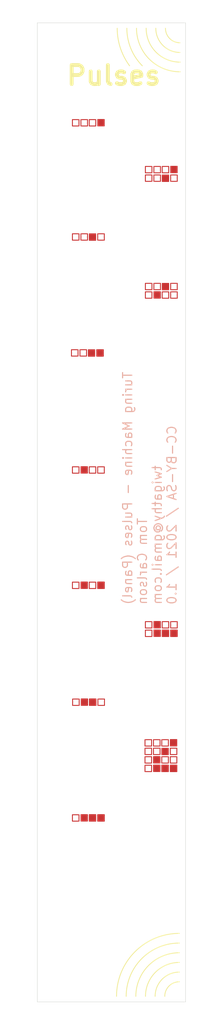
<source format=kicad_pcb>
(kicad_pcb (version 20171130) (host pcbnew "(5.1.4)-1")

  (general
    (thickness 1.6)
    (drawings 502)
    (tracks 0)
    (zones 0)
    (modules 24)
    (nets 1)
  )

  (page A4)
  (layers
    (0 F.Cu signal)
    (31 B.Cu signal)
    (32 B.Adhes user)
    (33 F.Adhes user)
    (34 B.Paste user)
    (35 F.Paste user)
    (36 B.SilkS user)
    (37 F.SilkS user)
    (38 B.Mask user)
    (39 F.Mask user)
    (40 Dwgs.User user)
    (41 Cmts.User user)
    (42 Eco1.User user)
    (43 Eco2.User user)
    (44 Edge.Cuts user)
    (45 Margin user)
    (46 B.CrtYd user)
    (47 F.CrtYd user)
    (48 B.Fab user)
    (49 F.Fab user)
  )

  (setup
    (last_trace_width 0.25)
    (trace_clearance 0.2)
    (zone_clearance 0.508)
    (zone_45_only no)
    (trace_min 0.2)
    (via_size 0.8)
    (via_drill 0.4)
    (via_min_size 0.4)
    (via_min_drill 0.3)
    (uvia_size 0.3)
    (uvia_drill 0.1)
    (uvias_allowed no)
    (uvia_min_size 0.2)
    (uvia_min_drill 0.1)
    (edge_width 0.05)
    (segment_width 0.2)
    (pcb_text_width 0.3)
    (pcb_text_size 1.5 1.5)
    (mod_edge_width 0.12)
    (mod_text_size 1 1)
    (mod_text_width 0.15)
    (pad_size 6.1 6.1)
    (pad_drill 6.1)
    (pad_to_mask_clearance 0.051)
    (solder_mask_min_width 0.25)
    (aux_axis_origin 0 0)
    (visible_elements 7FFFFFFF)
    (pcbplotparams
      (layerselection 0x010fc_ffffffff)
      (usegerberextensions false)
      (usegerberattributes false)
      (usegerberadvancedattributes false)
      (creategerberjobfile false)
      (excludeedgelayer true)
      (linewidth 0.100000)
      (plotframeref false)
      (viasonmask false)
      (mode 1)
      (useauxorigin false)
      (hpglpennumber 1)
      (hpglpenspeed 20)
      (hpglpendiameter 15.000000)
      (psnegative false)
      (psa4output false)
      (plotreference true)
      (plotvalue true)
      (plotinvisibletext false)
      (padsonsilk false)
      (subtractmaskfromsilk false)
      (outputformat 1)
      (mirror false)
      (drillshape 1)
      (scaleselection 1)
      (outputdirectory ""))
  )

  (net 0 "")

  (net_class Default "This is the default net class."
    (clearance 0.2)
    (trace_width 0.25)
    (via_dia 0.8)
    (via_drill 0.4)
    (uvia_dia 0.3)
    (uvia_drill 0.1)
  )

  (module MountingHole:MountingHole_6mm (layer F.Cu) (tedit 60B7A01F) (tstamp 60B82A6A)
    (at 168.5 57.2973)
    (descr "Mounting Hole 6mm, no annular")
    (tags "mounting hole 6mm no annular")
    (attr virtual)
    (fp_text reference REF** (at -0.5044 -0.0457) (layer F.SilkS) hide
      (effects (font (size 1 1) (thickness 0.15)))
    )
    (fp_text value MountingHole_6mm (at 0 7) (layer F.Fab)
      (effects (font (size 1 1) (thickness 0.15)))
    )
    (fp_circle (center 0 0) (end 6.25 0) (layer F.CrtYd) (width 0.05))
    (fp_circle (center 0 0) (end 6 0) (layer Cmts.User) (width 0.15))
    (fp_text user %R (at 0.3 0) (layer F.Fab)
      (effects (font (size 1 1) (thickness 0.15)))
    )
    (pad "" np_thru_hole circle (at 0 0) (size 6.1 6.1) (drill 6.1) (layers *.Cu *.Mask))
  )

  (module "" (layer F.Cu) (tedit 0) (tstamp 60B82A66)
    (at 165.9636 50.292 90)
    (fp_text reference @HOLE10 (at 6.9037 8.1938 90) (layer F.SilkS) hide
      (effects (font (size 1.27 1.27) (thickness 0.15)))
    )
    (fp_text value "" (at 0 0 90) (layer F.SilkS)
      (effects (font (size 1.27 1.27) (thickness 0.15)))
    )
    (pad "" np_thru_hole circle (at 0 0 90) (size 3.1 3.1) (drill 3.1) (layers *.Cu *.Mask))
  )

  (module MountingHole:MountingHole_6mm (layer F.Cu) (tedit 60B7A01F) (tstamp 60B801B8)
    (at 158.975 80.7923)
    (descr "Mounting Hole 6mm, no annular")
    (tags "mounting hole 6mm no annular")
    (attr virtual)
    (fp_text reference REF** (at -0.5806 0.0305) (layer F.SilkS) hide
      (effects (font (size 1 1) (thickness 0.15)))
    )
    (fp_text value MountingHole_6mm (at 0 7) (layer F.Fab)
      (effects (font (size 1 1) (thickness 0.15)))
    )
    (fp_circle (center 0 0) (end 6.25 0) (layer F.CrtYd) (width 0.05))
    (fp_circle (center 0 0) (end 6 0) (layer Cmts.User) (width 0.15))
    (fp_text user %R (at 0.3 0) (layer F.Fab)
      (effects (font (size 1 1) (thickness 0.15)))
    )
    (pad "" np_thru_hole circle (at 0 0) (size 6.1 6.1) (drill 6.1) (layers *.Cu *.Mask))
  )

  (module "" (layer F.Cu) (tedit 0) (tstamp 60B805C9)
    (at 156.4386 43.561 90)
    (fp_text reference @HOLE10 (at 6.9037 8.1938 90) (layer F.SilkS) hide
      (effects (font (size 1.27 1.27) (thickness 0.15)))
    )
    (fp_text value "" (at 0 0 90) (layer F.SilkS)
      (effects (font (size 1.27 1.27) (thickness 0.15)))
    )
    (pad "" np_thru_hole circle (at 0 0 90) (size 3.1 3.1) (drill 3.1) (layers *.Cu *.Mask))
  )

  (module MountingHole:MountingHole_3.2mm_M3 (layer F.Cu) (tedit 5F1D8352) (tstamp 60B80BB4)
    (at 158.6484 155.7528)
    (descr "Mounting Hole 3.2mm, no annular, M3")
    (tags "mounting hole 3.2mm no annular m3")
    (attr virtual)
    (fp_text reference REF** (at 0 -4.2) (layer F.SilkS) hide
      (effects (font (size 1 1) (thickness 0.15)))
    )
    (fp_text value MountingHole_3.2mm_M3 (at 0 4.2) (layer F.Fab)
      (effects (font (size 1 1) (thickness 0.15)))
    )
    (fp_text user %R (at 0.3 0) (layer F.Fab)
      (effects (font (size 1 1) (thickness 0.15)))
    )
    (fp_circle (center 0 0) (end 3.2 0) (layer Cmts.User) (width 0.15))
    (fp_circle (center 0 0) (end 3.45 0) (layer F.CrtYd) (width 0.05))
    (pad "" np_thru_hole oval (at 0 0) (size 6.4 3.2) (drill oval 6.4 3.2) (layers *.Cu *.Mask))
  )

  (module MountingHole:MountingHole_3.2mm_M3 (layer F.Cu) (tedit 5F1D8352) (tstamp 60B80BAD)
    (at 158.6484 33.2232)
    (descr "Mounting Hole 3.2mm, no annular, M3")
    (tags "mounting hole 3.2mm no annular m3")
    (attr virtual)
    (fp_text reference REF** (at 0 -4.2) (layer F.SilkS) hide
      (effects (font (size 1 1) (thickness 0.15)))
    )
    (fp_text value MountingHole_3.2mm_M3 (at 0 4.2) (layer F.Fab)
      (effects (font (size 1 1) (thickness 0.15)))
    )
    (fp_circle (center 0 0) (end 3.45 0) (layer F.CrtYd) (width 0.05))
    (fp_circle (center 0 0) (end 3.2 0) (layer Cmts.User) (width 0.15))
    (fp_text user %R (at 0.3 0) (layer F.Fab)
      (effects (font (size 1 1) (thickness 0.15)))
    )
    (pad "" np_thru_hole oval (at 0 0) (size 6.4 3.2) (drill oval 6.4 3.2) (layers *.Cu *.Mask))
  )

  (module "" (layer F.Cu) (tedit 0) (tstamp 60B80815)
    (at 156.4386 134.747 90)
    (fp_text reference @HOLE10 (at 6.9037 8.1938 90) (layer F.SilkS) hide
      (effects (font (size 1.27 1.27) (thickness 0.15)))
    )
    (fp_text value "" (at 0 0 90) (layer F.SilkS)
      (effects (font (size 1.27 1.27) (thickness 0.15)))
    )
    (pad "" np_thru_hole circle (at 0 0 90) (size 3.1 3.1) (drill 3.1) (layers *.Cu *.Mask))
  )

  (module "" (layer F.Cu) (tedit 0) (tstamp 60B807CD)
    (at 165.9636 126.492 90)
    (fp_text reference @HOLE10 (at 6.9037 8.1938 90) (layer F.SilkS) hide
      (effects (font (size 1.27 1.27) (thickness 0.15)))
    )
    (fp_text value "" (at 0 0 90) (layer F.SilkS)
      (effects (font (size 1.27 1.27) (thickness 0.15)))
    )
    (pad "" np_thru_hole circle (at 0 0 90) (size 3.1 3.1) (drill 3.1) (layers *.Cu *.Mask))
  )

  (module "" (layer F.Cu) (tedit 0) (tstamp 60B823AB)
    (at 156.4386 119.507 90)
    (fp_text reference @HOLE10 (at 6.9037 8.1938 90) (layer F.SilkS) hide
      (effects (font (size 1.27 1.27) (thickness 0.15)))
    )
    (fp_text value "" (at 0 0 90) (layer F.SilkS)
      (effects (font (size 1.27 1.27) (thickness 0.15)))
    )
    (pad "" np_thru_hole circle (at 0 0 90) (size 3.1 3.1) (drill 3.1) (layers *.Cu *.Mask))
  )

  (module "" (layer F.Cu) (tedit 0) (tstamp 60B80753)
    (at 165.9636 109.982 90)
    (fp_text reference @HOLE10 (at 6.9037 8.1938 90) (layer F.SilkS) hide
      (effects (font (size 1.27 1.27) (thickness 0.15)))
    )
    (fp_text value "" (at 0 0 90) (layer F.SilkS)
      (effects (font (size 1.27 1.27) (thickness 0.15)))
    )
    (pad "" np_thru_hole circle (at 0 0 90) (size 3.1 3.1) (drill 3.1) (layers *.Cu *.Mask))
  )

  (module "" (layer F.Cu) (tedit 0) (tstamp 60B8070B)
    (at 156.4386 104.267 90)
    (fp_text reference @HOLE10 (at 6.9037 8.1938 90) (layer F.SilkS) hide
      (effects (font (size 1.27 1.27) (thickness 0.15)))
    )
    (fp_text value "" (at 0 0 90) (layer F.SilkS)
      (effects (font (size 1.27 1.27) (thickness 0.15)))
    )
    (pad "" np_thru_hole circle (at 0 0 90) (size 3.1 3.1) (drill 3.1) (layers *.Cu *.Mask))
  )

  (module "" (layer F.Cu) (tedit 0) (tstamp 60B8069F)
    (at 156.4386 89.027 90)
    (fp_text reference @HOLE10 (at 6.9037 8.1938 90) (layer F.SilkS) hide
      (effects (font (size 1.27 1.27) (thickness 0.15)))
    )
    (fp_text value "" (at 0 0 90) (layer F.SilkS)
      (effects (font (size 1.27 1.27) (thickness 0.15)))
    )
    (pad "" np_thru_hole circle (at 0 0 90) (size 3.1 3.1) (drill 3.1) (layers *.Cu *.Mask))
  )

  (module "" (layer F.Cu) (tedit 0) (tstamp 60B80653)
    (at 156.4386 73.787 90)
    (fp_text reference @HOLE10 (at 6.9037 8.1938 90) (layer F.SilkS) hide
      (effects (font (size 1.27 1.27) (thickness 0.15)))
    )
    (fp_text value "" (at 0 0 90) (layer F.SilkS)
      (effects (font (size 1.27 1.27) (thickness 0.15)))
    )
    (pad "" np_thru_hole circle (at 0 0 90) (size 3.1 3.1) (drill 3.1) (layers *.Cu *.Mask))
  )

  (module "" (layer F.Cu) (tedit 0) (tstamp 60B8062F)
    (at 165.9636 65.532 90)
    (fp_text reference @HOLE10 (at 6.9037 8.1938 90) (layer F.SilkS) hide
      (effects (font (size 1.27 1.27) (thickness 0.15)))
    )
    (fp_text value "" (at 0 0 90) (layer F.SilkS)
      (effects (font (size 1.27 1.27) (thickness 0.15)))
    )
    (pad "" np_thru_hole circle (at 0 0 90) (size 3.1 3.1) (drill 3.1) (layers *.Cu *.Mask))
  )

  (module "" (layer F.Cu) (tedit 0) (tstamp 60B8060B)
    (at 156.4386 58.547 90)
    (fp_text reference @HOLE10 (at 6.9037 8.1938 90) (layer F.SilkS) hide
      (effects (font (size 1.27 1.27) (thickness 0.15)))
    )
    (fp_text value "" (at 0 0 90) (layer F.SilkS)
      (effects (font (size 1.27 1.27) (thickness 0.15)))
    )
    (pad "" np_thru_hole circle (at 0 0 90) (size 3.1 3.1) (drill 3.1) (layers *.Cu *.Mask))
  )

  (module MountingHole:MountingHole_6mm (layer F.Cu) (tedit 60B7A01F) (tstamp 60B80412)
    (at 158.975 141.7523)
    (descr "Mounting Hole 6mm, no annular")
    (tags "mounting hole 6mm no annular")
    (attr virtual)
    (fp_text reference REF** (at 0.1814 0.0813) (layer F.SilkS) hide
      (effects (font (size 1 1) (thickness 0.15)))
    )
    (fp_text value MountingHole_6mm (at 0 7) (layer F.Fab)
      (effects (font (size 1 1) (thickness 0.15)))
    )
    (fp_circle (center 0 0) (end 6.25 0) (layer F.CrtYd) (width 0.05))
    (fp_circle (center 0 0) (end 6 0) (layer Cmts.User) (width 0.15))
    (fp_text user %R (at 0.3 0) (layer F.Fab)
      (effects (font (size 1 1) (thickness 0.15)))
    )
    (pad "" np_thru_hole circle (at 0 0) (size 6.1 6.1) (drill 6.1) (layers *.Cu *.Mask))
  )

  (module MountingHole:MountingHole_6mm (layer F.Cu) (tedit 60B7A01F) (tstamp 60B803BB)
    (at 168.5 133.4973)
    (descr "Mounting Hole 6mm, no annular")
    (tags "mounting hole 6mm no annular")
    (attr virtual)
    (fp_text reference REF** (at -0.352 0.3099) (layer F.SilkS) hide
      (effects (font (size 1 1) (thickness 0.15)))
    )
    (fp_text value MountingHole_6mm (at 0 7) (layer F.Fab)
      (effects (font (size 1 1) (thickness 0.15)))
    )
    (fp_text user %R (at 0.3 0) (layer F.Fab)
      (effects (font (size 1 1) (thickness 0.15)))
    )
    (fp_circle (center 0 0) (end 6 0) (layer Cmts.User) (width 0.15))
    (fp_circle (center 0 0) (end 6.25 0) (layer F.CrtYd) (width 0.05))
    (pad "" np_thru_hole circle (at 0 0) (size 6.1 6.1) (drill 6.1) (layers *.Cu *.Mask))
  )

  (module MountingHole:MountingHole_6mm (layer F.Cu) (tedit 60B7A01F) (tstamp 60B80314)
    (at 158.975 126.5123)
    (descr "Mounting Hole 6mm, no annular")
    (tags "mounting hole 6mm no annular")
    (attr virtual)
    (fp_text reference REF** (at -0.1234 -0.1727) (layer F.SilkS) hide
      (effects (font (size 1 1) (thickness 0.15)))
    )
    (fp_text value MountingHole_6mm (at 0 7) (layer F.Fab)
      (effects (font (size 1 1) (thickness 0.15)))
    )
    (fp_circle (center 0 0) (end 6.25 0) (layer F.CrtYd) (width 0.05))
    (fp_circle (center 0 0) (end 6 0) (layer Cmts.User) (width 0.15))
    (fp_text user %R (at 0.3 0) (layer F.Fab)
      (effects (font (size 1 1) (thickness 0.15)))
    )
    (pad "" np_thru_hole circle (at 0 0) (size 6.1 6.1) (drill 6.1) (layers *.Cu *.Mask))
  )

  (module MountingHole:MountingHole_6mm (layer F.Cu) (tedit 60B7A01F) (tstamp 60B802BD)
    (at 168.5 117.6223)
    (descr "Mounting Hole 6mm, no annular")
    (tags "mounting hole 6mm no annular")
    (attr virtual)
    (fp_text reference REF** (at -0.2504 -0.1219) (layer F.SilkS) hide
      (effects (font (size 1 1) (thickness 0.15)))
    )
    (fp_text value MountingHole_6mm (at 0 7) (layer F.Fab)
      (effects (font (size 1 1) (thickness 0.15)))
    )
    (fp_text user %R (at 0.3 0) (layer F.Fab)
      (effects (font (size 1 1) (thickness 0.15)))
    )
    (fp_circle (center 0 0) (end 6 0) (layer Cmts.User) (width 0.15))
    (fp_circle (center 0 0) (end 6.25 0) (layer F.CrtYd) (width 0.05))
    (pad "" np_thru_hole circle (at 0 0) (size 6.1 6.1) (drill 6.1) (layers *.Cu *.Mask))
  )

  (module MountingHole:MountingHole_6mm (layer F.Cu) (tedit 60B7A01F) (tstamp 60B8027C)
    (at 158.975 111.2723)
    (descr "Mounting Hole 6mm, no annular")
    (tags "mounting hole 6mm no annular")
    (attr virtual)
    (fp_text reference REF** (at 0.3338 0.0305) (layer F.SilkS) hide
      (effects (font (size 1 1) (thickness 0.15)))
    )
    (fp_text value MountingHole_6mm (at 0 7) (layer F.Fab)
      (effects (font (size 1 1) (thickness 0.15)))
    )
    (fp_circle (center 0 0) (end 6.25 0) (layer F.CrtYd) (width 0.05))
    (fp_circle (center 0 0) (end 6 0) (layer Cmts.User) (width 0.15))
    (fp_text user %R (at 0.3 0) (layer F.Fab)
      (effects (font (size 1 1) (thickness 0.15)))
    )
    (pad "" np_thru_hole circle (at 0 0) (size 6.1 6.1) (drill 6.1) (layers *.Cu *.Mask))
  )

  (module MountingHole:MountingHole_6mm (layer F.Cu) (tedit 60B7A01F) (tstamp 60B8020F)
    (at 158.975 96.0323)
    (descr "Mounting Hole 6mm, no annular")
    (tags "mounting hole 6mm no annular")
    (attr virtual)
    (fp_text reference REF** (at 0.2322 0.1321) (layer F.SilkS) hide
      (effects (font (size 1 1) (thickness 0.15)))
    )
    (fp_text value MountingHole_6mm (at 0 7) (layer F.Fab)
      (effects (font (size 1 1) (thickness 0.15)))
    )
    (fp_text user %R (at 0.3 0) (layer F.Fab)
      (effects (font (size 1 1) (thickness 0.15)))
    )
    (fp_circle (center 0 0) (end 6 0) (layer Cmts.User) (width 0.15))
    (fp_circle (center 0 0) (end 6.25 0) (layer F.CrtYd) (width 0.05))
    (pad "" np_thru_hole circle (at 0 0) (size 6.1 6.1) (drill 6.1) (layers *.Cu *.Mask))
  )

  (module MountingHole:MountingHole_6mm (layer F.Cu) (tedit 60B7A01F) (tstamp 60B80177)
    (at 168.5 72.5373)
    (descr "Mounting Hole 6mm, no annular")
    (tags "mounting hole 6mm no annular")
    (attr virtual)
    (fp_text reference REF** (at -0.5044 -0.0457) (layer F.SilkS) hide
      (effects (font (size 1 1) (thickness 0.15)))
    )
    (fp_text value MountingHole_6mm (at 0 7) (layer F.Fab)
      (effects (font (size 1 1) (thickness 0.15)))
    )
    (fp_text user %R (at 0.3 0) (layer F.Fab)
      (effects (font (size 1 1) (thickness 0.15)))
    )
    (fp_circle (center 0 0) (end 6 0) (layer Cmts.User) (width 0.15))
    (fp_circle (center 0 0) (end 6.25 0) (layer F.CrtYd) (width 0.05))
    (pad "" np_thru_hole circle (at 0 0) (size 6.1 6.1) (drill 6.1) (layers *.Cu *.Mask))
  )

  (module MountingHole:MountingHole_6mm (layer F.Cu) (tedit 60B7A01F) (tstamp 60B80120)
    (at 158.975 65.5523)
    (descr "Mounting Hole 6mm, no annular")
    (tags "mounting hole 6mm no annular")
    (attr virtual)
    (fp_text reference REF** (at -0.4282 0.2845) (layer F.SilkS) hide
      (effects (font (size 1 1) (thickness 0.15)))
    )
    (fp_text value MountingHole_6mm (at 0 7) (layer F.Fab)
      (effects (font (size 1 1) (thickness 0.15)))
    )
    (fp_circle (center 0 0) (end 6.25 0) (layer F.CrtYd) (width 0.05))
    (fp_circle (center 0 0) (end 6 0) (layer Cmts.User) (width 0.15))
    (fp_text user %R (at 0.3 0) (layer F.Fab)
      (effects (font (size 1 1) (thickness 0.15)))
    )
    (pad "" np_thru_hole circle (at 0 0) (size 6.1 6.1) (drill 6.1) (layers *.Cu *.Mask))
  )

  (module MountingHole:MountingHole_6mm (layer F.Cu) (tedit 60B7A01F) (tstamp 60B8006D)
    (at 158.975 50.3123)
    (descr "Mounting Hole 6mm, no annular")
    (tags "mounting hole 6mm no annular")
    (attr virtual)
    (fp_text reference REF** (at -0.0218 -0.0711) (layer F.SilkS) hide
      (effects (font (size 1 1) (thickness 0.15)))
    )
    (fp_text value MountingHole_6mm (at 0 7) (layer F.Fab)
      (effects (font (size 1 1) (thickness 0.15)))
    )
    (fp_circle (center 0 0) (end 6.25 0) (layer F.CrtYd) (width 0.05))
    (fp_circle (center 0 0) (end 6 0) (layer Cmts.User) (width 0.15))
    (fp_text user %R (at 0.3 0) (layer F.Fab)
      (effects (font (size 1 1) (thickness 0.15)))
    )
    (pad "" np_thru_hole circle (at 0 0) (size 6.1 6.1) (drill 6.1) (layers *.Cu *.Mask))
  )

  (gr_text "Turing Machine - Pulses (Panel)\nTom Carlson\ntwigathy@gmail.com\nCC-BY-SA / 2021 / 1.0" (at 165.2524 106.7816 90) (layer B.SilkS) (tstamp 60B83F59)
    (effects (font (size 1.2065 1.2065) (thickness 0.1524)) (justify right top mirror))
  )
  (gr_line (start 168.2496 127.762) (end 168.2496 128.6002) (layer F.Cu) (width 0.12) (tstamp 60B82EFC))
  (gr_line (start 172.4406 128.6002) (end 172.4406 127.762) (layer F.Cu) (width 0.12) (tstamp 60B82EFB))
  (gr_line (start 172.4406 127.762) (end 171.577 127.762) (layer F.Cu) (width 0.12) (tstamp 60B82EFA))
  (gr_line (start 171.577 128.6002) (end 172.4406 128.6002) (layer F.Cu) (width 0.12) (tstamp 60B82EF9))
  (gr_line (start 172.4406 127.762) (end 171.577 127.762) (layer F.Mask) (width 0.12) (tstamp 60B82EF8))
  (gr_line (start 169.1132 128.6002) (end 169.1132 127.762) (layer F.Cu) (width 0.12) (tstamp 60B82EF7))
  (gr_line (start 171.323 128.6002) (end 171.323 127.762) (layer F.Cu) (width 0.12) (tstamp 60B82EF6))
  (gr_line (start 169.1132 128.6002) (end 169.1132 127.762) (layer F.Mask) (width 0.12) (tstamp 60B82EF5))
  (gr_line (start 170.4594 127.762) (end 170.4594 128.6002) (layer F.Mask) (width 0.12) (tstamp 60B82EF4))
  (gr_line (start 169.1132 126.6444) (end 168.2496 126.6444) (layer F.Mask) (width 0.12) (tstamp 60B82EF3))
  (gr_line (start 172.4406 128.6002) (end 172.4406 127.762) (layer F.Cu) (width 0.12) (tstamp 60B82EF2))
  (gr_line (start 172.4406 128.6002) (end 172.4406 127.762) (layer F.Mask) (width 0.12) (tstamp 60B82EF1))
  (gr_line (start 171.323 127.4826) (end 171.323 126.6444) (layer F.Cu) (width 0.12) (tstamp 60B82EF0))
  (gr_line (start 172.4406 127.762) (end 171.577 127.762) (layer F.Cu) (width 0.12) (tstamp 60B82EEF))
  (gr_line (start 169.1132 127.762) (end 168.2496 127.762) (layer F.Cu) (width 0.12) (tstamp 60B82EEE))
  (gr_line (start 171.577 127.762) (end 171.577 128.6002) (layer F.Mask) (width 0.12) (tstamp 60B82EED))
  (gr_line (start 168.2496 127.762) (end 168.2496 128.6002) (layer F.Mask) (width 0.12) (tstamp 60B82EEC))
  (gr_line (start 171.323 126.6444) (end 170.4594 126.6444) (layer F.Cu) (width 0.12) (tstamp 60B82EEB))
  (gr_line (start 171.323 127.762) (end 170.4594 127.762) (layer F.Mask) (width 0.12) (tstamp 60B82EEA))
  (gr_line (start 168.2496 128.6002) (end 169.1132 128.6002) (layer F.Cu) (width 0.12) (tstamp 60B82EE9))
  (gr_line (start 172.4406 126.6444) (end 171.577 126.6444) (layer F.Mask) (width 0.12) (tstamp 60B82EE8))
  (gr_line (start 168.2496 127.4826) (end 169.1132 127.4826) (layer F.Mask) (width 0.12) (tstamp 60B82EE7))
  (gr_line (start 171.323 126.6444) (end 170.4594 126.6444) (layer F.Mask) (width 0.12) (tstamp 60B82EE6))
  (gr_poly (pts (xy 170.2308 127.4826) (xy 169.3672 127.4826) (xy 169.3672 126.619) (xy 170.2308 126.619)) (layer F.Cu) (width 0.1) (tstamp 60B82EE5))
  (gr_poly (pts (xy 171.323 128.6002) (xy 170.4594 128.6002) (xy 170.4594 127.7366) (xy 171.323 127.7366)) (layer F.Mask) (width 0.1) (tstamp 60B82EE4))
  (gr_line (start 170.4594 126.6444) (end 170.4594 127.4826) (layer F.Mask) (width 0.12) (tstamp 60B82EE3))
  (gr_line (start 169.1132 127.4826) (end 169.1132 126.6444) (layer F.Cu) (width 0.12) (tstamp 60B82EE2))
  (gr_line (start 168.2496 126.6444) (end 168.2496 127.4826) (layer F.Cu) (width 0.12) (tstamp 60B82EE1))
  (gr_line (start 170.4594 127.4826) (end 171.323 127.4826) (layer F.Cu) (width 0.12) (tstamp 60B82EE0))
  (gr_line (start 168.2496 128.6002) (end 169.1132 128.6002) (layer F.Mask) (width 0.12) (tstamp 60B82EDF))
  (gr_line (start 171.577 127.4826) (end 172.4406 127.4826) (layer F.Cu) (width 0.12) (tstamp 60B82EDE))
  (gr_line (start 171.323 127.762) (end 170.4594 127.762) (layer F.Cu) (width 0.12) (tstamp 60B82EDD))
  (gr_line (start 169.1132 127.762) (end 168.2496 127.762) (layer F.Mask) (width 0.12) (tstamp 60B82EDC))
  (gr_poly (pts (xy 170.2308 128.6002) (xy 169.3672 128.6002) (xy 169.3672 127.7366) (xy 170.2308 127.7366)) (layer F.Mask) (width 0.1) (tstamp 60B82EDB))
  (gr_poly (pts (xy 171.323 128.6002) (xy 170.4594 128.6002) (xy 170.4594 127.7366) (xy 171.323 127.7366)) (layer F.Cu) (width 0.1) (tstamp 60B82EDA))
  (gr_line (start 170.4594 127.762) (end 170.4594 128.6002) (layer F.Cu) (width 0.12) (tstamp 60B82ED9))
  (gr_poly (pts (xy 172.4406 128.6002) (xy 171.577 128.6002) (xy 171.577 127.7366) (xy 172.4406 127.7366)) (layer F.Cu) (width 0.1) (tstamp 60B82ED8))
  (gr_line (start 171.577 128.6002) (end 172.4406 128.6002) (layer F.Mask) (width 0.12) (tstamp 60B82ED7))
  (gr_line (start 172.4406 128.6002) (end 172.4406 127.762) (layer F.Mask) (width 0.12) (tstamp 60B82ED6))
  (gr_line (start 171.577 127.762) (end 171.577 128.6002) (layer F.Mask) (width 0.12) (tstamp 60B82ED5))
  (gr_line (start 171.577 128.6002) (end 172.4406 128.6002) (layer F.Cu) (width 0.12) (tstamp 60B82ED4))
  (gr_poly (pts (xy 172.4406 128.6002) (xy 171.577 128.6002) (xy 171.577 127.7366) (xy 172.4406 127.7366)) (layer F.Mask) (width 0.1) (tstamp 60B82ED3))
  (gr_line (start 171.323 128.6002) (end 171.323 127.762) (layer F.Mask) (width 0.12) (tstamp 60B82ED2))
  (gr_line (start 171.577 127.762) (end 171.577 128.6002) (layer F.Cu) (width 0.12) (tstamp 60B82ED1))
  (gr_line (start 172.4406 127.762) (end 171.577 127.762) (layer F.Mask) (width 0.12) (tstamp 60B82ED0))
  (gr_line (start 171.577 127.762) (end 171.577 128.6002) (layer F.Cu) (width 0.12) (tstamp 60B82ECF))
  (gr_line (start 170.4594 128.6002) (end 171.323 128.6002) (layer F.Mask) (width 0.12) (tstamp 60B82ECE))
  (gr_line (start 171.577 128.6002) (end 172.4406 128.6002) (layer F.Mask) (width 0.12) (tstamp 60B82ECD))
  (gr_line (start 170.4594 128.6002) (end 171.323 128.6002) (layer F.Cu) (width 0.12) (tstamp 60B82ECC))
  (gr_poly (pts (xy 170.2308 128.6002) (xy 169.3672 128.6002) (xy 169.3672 127.7366) (xy 170.2308 127.7366)) (layer F.Cu) (width 0.1) (tstamp 60B82ECB))
  (gr_line (start 170.4594 127.4826) (end 171.323 127.4826) (layer F.Mask) (width 0.12) (tstamp 60B82ECA))
  (gr_poly (pts (xy 170.2308 127.4826) (xy 169.3672 127.4826) (xy 169.3672 126.619) (xy 170.2308 126.619)) (layer F.Mask) (width 0.1) (tstamp 60B82EC9))
  (gr_line (start 172.4406 127.4826) (end 172.4406 126.6444) (layer F.Cu) (width 0.12) (tstamp 60B82EC8))
  (gr_line (start 168.2496 126.6444) (end 168.2496 127.4826) (layer F.Mask) (width 0.12) (tstamp 60B82EC7))
  (gr_line (start 171.577 126.6444) (end 171.577 127.4826) (layer F.Mask) (width 0.12) (tstamp 60B82EC6))
  (gr_line (start 171.323 127.4826) (end 171.323 126.6444) (layer F.Mask) (width 0.12) (tstamp 60B82EC5))
  (gr_line (start 172.4406 126.6444) (end 171.577 126.6444) (layer F.Cu) (width 0.12) (tstamp 60B82EC4))
  (gr_line (start 169.1132 127.4826) (end 169.1132 126.6444) (layer F.Mask) (width 0.12) (tstamp 60B82EC3))
  (gr_line (start 172.4406 127.4826) (end 172.4406 126.6444) (layer F.Mask) (width 0.12) (tstamp 60B82EC2))
  (gr_line (start 168.2496 127.4826) (end 169.1132 127.4826) (layer F.Cu) (width 0.12) (tstamp 60B82EC1))
  (gr_line (start 171.577 126.6444) (end 171.577 127.4826) (layer F.Cu) (width 0.12) (tstamp 60B82EC0))
  (gr_line (start 171.577 127.4826) (end 172.4406 127.4826) (layer F.Mask) (width 0.12) (tstamp 60B82EBF))
  (gr_line (start 169.1132 126.6444) (end 168.2496 126.6444) (layer F.Cu) (width 0.12) (tstamp 60B82EBE))
  (gr_line (start 170.4594 126.6444) (end 170.4594 127.4826) (layer F.Cu) (width 0.12) (tstamp 60B82EBD))
  (gr_line (start 170.4594 124.4092) (end 170.4594 125.2474) (layer F.Cu) (width 0.12) (tstamp 60B83A05))
  (gr_line (start 169.3672 125.2474) (end 170.2308 125.2474) (layer F.Cu) (width 0.12) (tstamp 60B839FF))
  (gr_line (start 170.2308 125.2474) (end 170.2308 124.4092) (layer F.Mask) (width 0.12) (tstamp 60B83A11))
  (gr_line (start 169.1132 125.2474) (end 169.1132 124.4092) (layer F.Mask) (width 0.12) (tstamp 60B839FC))
  (gr_line (start 171.323 125.2474) (end 171.323 124.4092) (layer F.Cu) (width 0.12) (tstamp 60B83A0B))
  (gr_line (start 168.2496 124.4092) (end 168.2496 125.2474) (layer F.Cu) (width 0.12) (tstamp 60B839DE))
  (gr_line (start 169.1132 125.5268) (end 168.2496 125.5268) (layer F.Cu) (width 0.12) (tstamp 60B82E7A))
  (gr_line (start 170.2308 125.5268) (end 169.3672 125.5268) (layer F.Mask) (width 0.12) (tstamp 60B82E79))
  (gr_line (start 171.323 124.4092) (end 170.4594 124.4092) (layer F.Cu) (width 0.12) (tstamp 60B839DB))
  (gr_line (start 168.2496 124.4092) (end 168.2496 125.2474) (layer F.Mask) (width 0.12) (tstamp 60B839E1))
  (gr_line (start 171.323 125.2474) (end 171.323 124.4092) (layer F.Mask) (width 0.12) (tstamp 60B839F0))
  (gr_line (start 170.2308 125.2474) (end 170.2308 124.4092) (layer F.Cu) (width 0.12) (tstamp 60B839ED))
  (gr_line (start 169.1132 124.4092) (end 168.2496 124.4092) (layer F.Mask) (width 0.12) (tstamp 60B839F9))
  (gr_line (start 170.4594 124.4092) (end 170.4594 125.2474) (layer F.Mask) (width 0.12) (tstamp 60B83A20))
  (gr_line (start 170.2308 124.4092) (end 169.3672 124.4092) (layer F.Mask) (width 0.12) (tstamp 60B839D8))
  (gr_line (start 169.3672 124.4092) (end 169.3672 125.2474) (layer F.Mask) (width 0.12) (tstamp 60B839D5))
  (gr_line (start 171.323 124.4092) (end 170.4594 124.4092) (layer F.Mask) (width 0.12) (tstamp 60B83A1D))
  (gr_line (start 168.2496 125.2474) (end 169.1132 125.2474) (layer F.Cu) (width 0.12) (tstamp 60B83A08))
  (gr_line (start 168.2496 125.2474) (end 169.1132 125.2474) (layer F.Mask) (width 0.12) (tstamp 60B839F6))
  (gr_poly (pts (xy 172.4406 125.2474) (xy 171.577 125.2474) (xy 171.577 124.3838) (xy 172.4406 124.3838)) (layer F.Cu) (width 0.1) (tstamp 60B839EA))
  (gr_line (start 170.4594 125.2474) (end 171.323 125.2474) (layer F.Mask) (width 0.12) (tstamp 60B839E7))
  (gr_line (start 169.1132 124.4092) (end 168.2496 124.4092) (layer F.Cu) (width 0.12) (tstamp 60B83A17))
  (gr_line (start 169.1132 125.2474) (end 169.1132 124.4092) (layer F.Cu) (width 0.12) (tstamp 60B839E4))
  (gr_line (start 170.2308 124.4092) (end 169.3672 124.4092) (layer F.Cu) (width 0.12) (tstamp 60B83A14))
  (gr_poly (pts (xy 172.4406 125.2474) (xy 171.577 125.2474) (xy 171.577 124.3838) (xy 172.4406 124.3838)) (layer F.Mask) (width 0.1) (tstamp 60B83A0E))
  (gr_line (start 169.3672 124.4092) (end 169.3672 125.2474) (layer F.Cu) (width 0.12) (tstamp 60B83A02))
  (gr_line (start 169.3672 125.2474) (end 170.2308 125.2474) (layer F.Mask) (width 0.12) (tstamp 60B83A1A))
  (gr_line (start 170.4594 125.2474) (end 171.323 125.2474) (layer F.Cu) (width 0.12) (tstamp 60B839F3))
  (gr_line (start 169.3672 126.365) (end 170.2308 126.365) (layer F.Mask) (width 0.12) (tstamp 60B82E64))
  (gr_line (start 172.4406 125.5268) (end 171.577 125.5268) (layer F.Mask) (width 0.12) (tstamp 60B82E63))
  (gr_line (start 170.2308 126.365) (end 170.2308 125.5268) (layer F.Cu) (width 0.12) (tstamp 60B82E62))
  (gr_line (start 171.577 126.365) (end 172.4406 126.365) (layer F.Mask) (width 0.12) (tstamp 60B82E61))
  (gr_line (start 170.2308 125.5268) (end 169.3672 125.5268) (layer F.Cu) (width 0.12) (tstamp 60B82E60))
  (gr_line (start 172.4406 126.365) (end 172.4406 125.5268) (layer F.Mask) (width 0.12) (tstamp 60B82E5F))
  (gr_line (start 169.1132 126.365) (end 169.1132 125.5268) (layer F.Mask) (width 0.12) (tstamp 60B82E5E))
  (gr_line (start 171.577 126.365) (end 172.4406 126.365) (layer F.Cu) (width 0.12) (tstamp 60B82E5D))
  (gr_line (start 168.2496 125.5268) (end 168.2496 126.365) (layer F.Mask) (width 0.12) (tstamp 60B82E5C))
  (gr_line (start 169.1132 125.5268) (end 168.2496 125.5268) (layer F.Mask) (width 0.12) (tstamp 60B82E5B))
  (gr_line (start 169.3672 126.365) (end 170.2308 126.365) (layer F.Cu) (width 0.12) (tstamp 60B82E5A))
  (gr_line (start 172.4406 125.5268) (end 171.577 125.5268) (layer F.Cu) (width 0.12) (tstamp 60B82E59))
  (gr_line (start 171.577 125.5268) (end 171.577 126.365) (layer F.Cu) (width 0.12) (tstamp 60B82E58))
  (gr_poly (pts (xy 170.4594 125.5268) (xy 171.323 125.5268) (xy 171.323 126.3904) (xy 170.4594 126.3904)) (layer F.Mask) (width 0.1) (tstamp 60B82E57))
  (gr_line (start 168.2496 126.365) (end 169.1132 126.365) (layer F.Mask) (width 0.12) (tstamp 60B82E56))
  (gr_poly (pts (xy 170.4594 125.5268) (xy 171.323 125.5268) (xy 171.323 126.3904) (xy 170.4594 126.3904)) (layer F.Cu) (width 0.1) (tstamp 60B82E55))
  (gr_line (start 168.2496 125.5268) (end 168.2496 126.365) (layer F.Cu) (width 0.12) (tstamp 60B82E54))
  (gr_line (start 169.1132 126.365) (end 169.1132 125.5268) (layer F.Cu) (width 0.12) (tstamp 60B82E53))
  (gr_line (start 169.3672 125.5268) (end 169.3672 126.365) (layer F.Cu) (width 0.12) (tstamp 60B82E52))
  (gr_line (start 168.2496 126.365) (end 169.1132 126.365) (layer F.Cu) (width 0.12) (tstamp 60B82E51))
  (gr_line (start 171.577 125.5268) (end 171.577 126.365) (layer F.Mask) (width 0.12) (tstamp 60B82E50))
  (gr_line (start 170.2308 126.365) (end 170.2308 125.5268) (layer F.Mask) (width 0.12) (tstamp 60B82E4F))
  (gr_line (start 169.3672 125.5268) (end 169.3672 126.365) (layer F.Mask) (width 0.12) (tstamp 60B82E4E))
  (gr_line (start 172.4406 126.365) (end 172.4406 125.5268) (layer F.Cu) (width 0.12) (tstamp 60B82E4D))
  (gr_line (start 171.6278 110.871) (end 172.4914 110.871) (layer F.Cu) (width 0.12) (tstamp 60B82DDC))
  (gr_line (start 172.4914 110.0328) (end 171.6278 110.0328) (layer F.Mask) (width 0.12) (tstamp 60B82DDB))
  (gr_line (start 168.3004 110.0328) (end 168.3004 110.871) (layer F.Cu) (width 0.12) (tstamp 60B82DDA))
  (gr_line (start 169.164 110.871) (end 169.164 110.0328) (layer F.Cu) (width 0.12) (tstamp 60B82DD9))
  (gr_line (start 172.4914 110.871) (end 172.4914 110.0328) (layer F.Cu) (width 0.12) (tstamp 60B82DD8))
  (gr_line (start 172.4914 110.0328) (end 171.6278 110.0328) (layer F.Cu) (width 0.12) (tstamp 60B82DD7))
  (gr_poly (pts (xy 172.4914 110.871) (xy 171.6278 110.871) (xy 171.6278 110.0074) (xy 172.4914 110.0074)) (layer F.Cu) (width 0.1) (tstamp 60B82DD6))
  (gr_line (start 171.6278 110.871) (end 172.4914 110.871) (layer F.Mask) (width 0.12) (tstamp 60B82DD5))
  (gr_line (start 172.4914 110.871) (end 172.4914 110.0328) (layer F.Mask) (width 0.12) (tstamp 60B82DD4))
  (gr_poly (pts (xy 172.4914 110.871) (xy 171.6278 110.871) (xy 171.6278 110.0074) (xy 172.4914 110.0074)) (layer F.Mask) (width 0.1) (tstamp 60B82DD3))
  (gr_line (start 171.6278 110.0328) (end 171.6278 110.871) (layer F.Cu) (width 0.12) (tstamp 60B82DD2))
  (gr_line (start 171.6278 110.0328) (end 171.6278 110.871) (layer F.Mask) (width 0.12) (tstamp 60B82DD1))
  (gr_line (start 171.6278 110.0328) (end 171.6278 110.871) (layer F.Cu) (width 0.12) (tstamp 60B82DD0))
  (gr_line (start 172.4914 110.0328) (end 171.6278 110.0328) (layer F.Mask) (width 0.12) (tstamp 60B82DCF))
  (gr_line (start 170.5102 110.871) (end 171.3738 110.871) (layer F.Mask) (width 0.12) (tstamp 60B82DCE))
  (gr_line (start 171.6278 110.871) (end 172.4914 110.871) (layer F.Mask) (width 0.12) (tstamp 60B82DCD))
  (gr_line (start 170.5102 110.871) (end 171.3738 110.871) (layer F.Cu) (width 0.12) (tstamp 60B82DCC))
  (gr_line (start 171.3738 110.871) (end 171.3738 110.0328) (layer F.Mask) (width 0.12) (tstamp 60B82DCB))
  (gr_poly (pts (xy 171.3738 110.871) (xy 170.5102 110.871) (xy 170.5102 110.0074) (xy 171.3738 110.0074)) (layer F.Cu) (width 0.1) (tstamp 60B82DCA))
  (gr_poly (pts (xy 170.2816 110.871) (xy 169.418 110.871) (xy 169.418 110.0074) (xy 170.2816 110.0074)) (layer F.Cu) (width 0.1) (tstamp 60B82DC9))
  (gr_line (start 171.6278 110.871) (end 172.4914 110.871) (layer F.Cu) (width 0.12) (tstamp 60B82DC8))
  (gr_line (start 170.5102 110.0328) (end 170.5102 110.871) (layer F.Cu) (width 0.12) (tstamp 60B82DC7))
  (gr_line (start 171.3738 110.0328) (end 170.5102 110.0328) (layer F.Cu) (width 0.12) (tstamp 60B82DC6))
  (gr_line (start 169.164 110.0328) (end 168.3004 110.0328) (layer F.Mask) (width 0.12) (tstamp 60B82DC5))
  (gr_poly (pts (xy 170.2816 110.871) (xy 169.418 110.871) (xy 169.418 110.0074) (xy 170.2816 110.0074)) (layer F.Mask) (width 0.1) (tstamp 60B82DC4))
  (gr_line (start 169.164 110.871) (end 169.164 110.0328) (layer F.Mask) (width 0.12) (tstamp 60B82DC3))
  (gr_line (start 172.4914 110.871) (end 172.4914 110.0328) (layer F.Cu) (width 0.12) (tstamp 60B82DC2))
  (gr_line (start 170.5102 110.0328) (end 170.5102 110.871) (layer F.Mask) (width 0.12) (tstamp 60B82DC1))
  (gr_line (start 172.4914 110.871) (end 172.4914 110.0328) (layer F.Mask) (width 0.12) (tstamp 60B82DC0))
  (gr_line (start 172.4914 110.0328) (end 171.6278 110.0328) (layer F.Cu) (width 0.12) (tstamp 60B82DBF))
  (gr_line (start 169.164 110.0328) (end 168.3004 110.0328) (layer F.Cu) (width 0.12) (tstamp 60B82DBE))
  (gr_line (start 171.6278 110.0328) (end 171.6278 110.871) (layer F.Mask) (width 0.12) (tstamp 60B82DBD))
  (gr_line (start 168.3004 110.871) (end 169.164 110.871) (layer F.Cu) (width 0.12) (tstamp 60B82DBC))
  (gr_poly (pts (xy 171.3738 110.871) (xy 170.5102 110.871) (xy 170.5102 110.0074) (xy 171.3738 110.0074)) (layer F.Mask) (width 0.1) (tstamp 60B82DBB))
  (gr_line (start 168.3004 110.871) (end 169.164 110.871) (layer F.Mask) (width 0.12) (tstamp 60B82DBA))
  (gr_line (start 168.3004 110.0328) (end 168.3004 110.871) (layer F.Mask) (width 0.12) (tstamp 60B82DB9))
  (gr_line (start 171.3738 110.0328) (end 170.5102 110.0328) (layer F.Mask) (width 0.12) (tstamp 60B82DB8))
  (gr_line (start 171.3738 110.871) (end 171.3738 110.0328) (layer F.Cu) (width 0.12) (tstamp 60B82DB7))
  (gr_line (start 169.164 109.7534) (end 169.164 108.9152) (layer F.Cu) (width 0.12) (tstamp 60B82D9C))
  (gr_line (start 172.4914 108.9152) (end 171.6278 108.9152) (layer F.Mask) (width 0.12) (tstamp 60B82D9B))
  (gr_line (start 171.3738 109.7534) (end 171.3738 108.9152) (layer F.Cu) (width 0.12) (tstamp 60B82D9A))
  (gr_line (start 170.5102 108.9152) (end 170.5102 109.7534) (layer F.Mask) (width 0.12) (tstamp 60B82D99))
  (gr_line (start 168.3004 108.9152) (end 168.3004 109.7534) (layer F.Cu) (width 0.12) (tstamp 60B82D98))
  (gr_line (start 171.6278 109.7534) (end 172.4914 109.7534) (layer F.Cu) (width 0.12) (tstamp 60B82D97))
  (gr_line (start 170.5102 109.7534) (end 171.3738 109.7534) (layer F.Cu) (width 0.12) (tstamp 60B82D96))
  (gr_line (start 171.3738 108.9152) (end 170.5102 108.9152) (layer F.Cu) (width 0.12) (tstamp 60B82D95))
  (gr_line (start 171.3738 108.9152) (end 170.5102 108.9152) (layer F.Mask) (width 0.12) (tstamp 60B82D94))
  (gr_line (start 169.164 108.9152) (end 168.3004 108.9152) (layer F.Mask) (width 0.12) (tstamp 60B82D93))
  (gr_poly (pts (xy 170.2816 109.7534) (xy 169.418 109.7534) (xy 169.418 108.8898) (xy 170.2816 108.8898)) (layer F.Cu) (width 0.1) (tstamp 60B82D92))
  (gr_line (start 168.3004 109.7534) (end 169.164 109.7534) (layer F.Mask) (width 0.12) (tstamp 60B82D91))
  (gr_line (start 171.3738 109.7534) (end 171.3738 108.9152) (layer F.Mask) (width 0.12) (tstamp 60B82D90))
  (gr_line (start 172.4914 108.9152) (end 171.6278 108.9152) (layer F.Cu) (width 0.12) (tstamp 60B82D8F))
  (gr_line (start 169.164 109.7534) (end 169.164 108.9152) (layer F.Mask) (width 0.12) (tstamp 60B82D8E))
  (gr_line (start 168.3004 109.7534) (end 169.164 109.7534) (layer F.Cu) (width 0.12) (tstamp 60B82D8D))
  (gr_line (start 171.6278 108.9152) (end 171.6278 109.7534) (layer F.Cu) (width 0.12) (tstamp 60B82D8C))
  (gr_line (start 171.6278 109.7534) (end 172.4914 109.7534) (layer F.Mask) (width 0.12) (tstamp 60B82D8B))
  (gr_line (start 169.164 108.9152) (end 168.3004 108.9152) (layer F.Cu) (width 0.12) (tstamp 60B82D8A))
  (gr_poly (pts (xy 170.2816 109.7534) (xy 169.418 109.7534) (xy 169.418 108.8898) (xy 170.2816 108.8898)) (layer F.Mask) (width 0.1) (tstamp 60B82D89))
  (gr_line (start 170.5102 108.9152) (end 170.5102 109.7534) (layer F.Cu) (width 0.12) (tstamp 60B82D88))
  (gr_line (start 170.5102 109.7534) (end 171.3738 109.7534) (layer F.Mask) (width 0.12) (tstamp 60B82D87))
  (gr_line (start 168.3004 108.9152) (end 168.3004 109.7534) (layer F.Mask) (width 0.12) (tstamp 60B82D86))
  (gr_line (start 172.4914 109.7534) (end 172.4914 108.9152) (layer F.Mask) (width 0.12) (tstamp 60B82D85))
  (gr_line (start 172.4914 109.7534) (end 172.4914 108.9152) (layer F.Cu) (width 0.12) (tstamp 60B82D84))
  (gr_line (start 171.6278 108.9152) (end 171.6278 109.7534) (layer F.Mask) (width 0.12) (tstamp 60B82D83))
  (gr_line (start 169.164 66.4718) (end 169.164 65.6336) (layer F.Cu) (width 0.12) (tstamp 60B82D33))
  (gr_line (start 172.4914 65.6336) (end 171.6278 65.6336) (layer F.Mask) (width 0.12) (tstamp 60B82D32))
  (gr_line (start 171.3738 66.4718) (end 171.3738 65.6336) (layer F.Cu) (width 0.12) (tstamp 60B82D31))
  (gr_line (start 170.5102 65.6336) (end 170.5102 66.4718) (layer F.Mask) (width 0.12) (tstamp 60B82D30))
  (gr_line (start 168.3004 65.6336) (end 168.3004 66.4718) (layer F.Cu) (width 0.12) (tstamp 60B82D2F))
  (gr_line (start 171.6278 66.4718) (end 172.4914 66.4718) (layer F.Cu) (width 0.12) (tstamp 60B82D2E))
  (gr_line (start 170.5102 66.4718) (end 171.3738 66.4718) (layer F.Cu) (width 0.12) (tstamp 60B82D2D))
  (gr_line (start 171.3738 65.6336) (end 170.5102 65.6336) (layer F.Cu) (width 0.12) (tstamp 60B82D2C))
  (gr_line (start 171.3738 65.6336) (end 170.5102 65.6336) (layer F.Mask) (width 0.12) (tstamp 60B82D2B))
  (gr_line (start 169.164 65.6336) (end 168.3004 65.6336) (layer F.Mask) (width 0.12) (tstamp 60B82D2A))
  (gr_poly (pts (xy 170.2816 66.4718) (xy 169.418 66.4718) (xy 169.418 65.6082) (xy 170.2816 65.6082)) (layer F.Cu) (width 0.1) (tstamp 60B82D29))
  (gr_line (start 168.3004 66.4718) (end 169.164 66.4718) (layer F.Mask) (width 0.12) (tstamp 60B82D28))
  (gr_line (start 171.3738 66.4718) (end 171.3738 65.6336) (layer F.Mask) (width 0.12) (tstamp 60B82D27))
  (gr_line (start 172.4914 65.6336) (end 171.6278 65.6336) (layer F.Cu) (width 0.12) (tstamp 60B82D26))
  (gr_line (start 169.164 66.4718) (end 169.164 65.6336) (layer F.Mask) (width 0.12) (tstamp 60B82D25))
  (gr_line (start 168.3004 66.4718) (end 169.164 66.4718) (layer F.Cu) (width 0.12) (tstamp 60B82D24))
  (gr_line (start 171.6278 65.6336) (end 171.6278 66.4718) (layer F.Cu) (width 0.12) (tstamp 60B82D23))
  (gr_line (start 171.6278 66.4718) (end 172.4914 66.4718) (layer F.Mask) (width 0.12) (tstamp 60B82D22))
  (gr_line (start 169.164 65.6336) (end 168.3004 65.6336) (layer F.Cu) (width 0.12) (tstamp 60B82D21))
  (gr_poly (pts (xy 170.2816 66.4718) (xy 169.418 66.4718) (xy 169.418 65.6082) (xy 170.2816 65.6082)) (layer F.Mask) (width 0.1) (tstamp 60B82D20))
  (gr_line (start 170.5102 65.6336) (end 170.5102 66.4718) (layer F.Cu) (width 0.12) (tstamp 60B82D1F))
  (gr_line (start 170.5102 66.4718) (end 171.3738 66.4718) (layer F.Mask) (width 0.12) (tstamp 60B82D1E))
  (gr_line (start 168.3004 65.6336) (end 168.3004 66.4718) (layer F.Mask) (width 0.12) (tstamp 60B82D1D))
  (gr_line (start 172.4914 66.4718) (end 172.4914 65.6336) (layer F.Mask) (width 0.12) (tstamp 60B82D1C))
  (gr_line (start 172.4914 66.4718) (end 172.4914 65.6336) (layer F.Cu) (width 0.12) (tstamp 60B82D1B))
  (gr_line (start 171.6278 65.6336) (end 171.6278 66.4718) (layer F.Mask) (width 0.12) (tstamp 60B82D1A))
  (gr_line (start 168.3004 65.3542) (end 169.164 65.3542) (layer F.Cu) (width 0.12) (tstamp 60B82BC6))
  (gr_line (start 171.6278 64.516) (end 171.6278 65.3542) (layer F.Mask) (width 0.12) (tstamp 60B82BC5))
  (gr_line (start 168.3004 65.3542) (end 169.164 65.3542) (layer F.Mask) (width 0.12) (tstamp 60B82BC4))
  (gr_line (start 169.418 64.516) (end 169.418 65.3542) (layer F.Cu) (width 0.12) (tstamp 60B82BC3))
  (gr_line (start 172.4914 65.3542) (end 172.4914 64.516) (layer F.Cu) (width 0.12) (tstamp 60B82BC2))
  (gr_line (start 170.2816 65.3542) (end 170.2816 64.516) (layer F.Mask) (width 0.12) (tstamp 60B82BC1))
  (gr_line (start 169.418 64.516) (end 169.418 65.3542) (layer F.Mask) (width 0.12) (tstamp 60B82BC0))
  (gr_line (start 168.3004 64.516) (end 168.3004 65.3542) (layer F.Cu) (width 0.12) (tstamp 60B82BBF))
  (gr_line (start 169.164 65.3542) (end 169.164 64.516) (layer F.Cu) (width 0.12) (tstamp 60B82BBE))
  (gr_poly (pts (xy 170.5102 64.516) (xy 171.3738 64.516) (xy 171.3738 65.3796) (xy 170.5102 65.3796)) (layer F.Cu) (width 0.1) (tstamp 60B82BBD))
  (gr_line (start 170.2816 65.3542) (end 170.2816 64.516) (layer F.Cu) (width 0.12) (tstamp 60B82BBC))
  (gr_line (start 170.2816 64.516) (end 169.418 64.516) (layer F.Cu) (width 0.12) (tstamp 60B82BBB))
  (gr_line (start 172.4914 65.3542) (end 172.4914 64.516) (layer F.Mask) (width 0.12) (tstamp 60B82BBA))
  (gr_line (start 169.164 65.3542) (end 169.164 64.516) (layer F.Mask) (width 0.12) (tstamp 60B82BB9))
  (gr_line (start 171.6278 65.3542) (end 172.4914 65.3542) (layer F.Cu) (width 0.12) (tstamp 60B82BB8))
  (gr_line (start 168.3004 64.516) (end 168.3004 65.3542) (layer F.Mask) (width 0.12) (tstamp 60B82BB7))
  (gr_line (start 172.4914 64.516) (end 171.6278 64.516) (layer F.Mask) (width 0.12) (tstamp 60B82BB6))
  (gr_line (start 169.164 64.516) (end 168.3004 64.516) (layer F.Mask) (width 0.12) (tstamp 60B82BB5))
  (gr_line (start 169.418 65.3542) (end 170.2816 65.3542) (layer F.Cu) (width 0.12) (tstamp 60B82BB4))
  (gr_line (start 171.6278 65.3542) (end 172.4914 65.3542) (layer F.Mask) (width 0.12) (tstamp 60B82BB3))
  (gr_line (start 172.4914 64.516) (end 171.6278 64.516) (layer F.Cu) (width 0.12) (tstamp 60B82BB2))
  (gr_line (start 171.6278 64.516) (end 171.6278 65.3542) (layer F.Cu) (width 0.12) (tstamp 60B82BB1))
  (gr_poly (pts (xy 170.5102 64.516) (xy 171.3738 64.516) (xy 171.3738 65.3796) (xy 170.5102 65.3796)) (layer F.Mask) (width 0.1) (tstamp 60B82BB0))
  (gr_line (start 169.418 65.3542) (end 170.2816 65.3542) (layer F.Mask) (width 0.12) (tstamp 60B82BAF))
  (gr_line (start 169.164 64.516) (end 168.3004 64.516) (layer F.Cu) (width 0.12) (tstamp 60B82BAE))
  (gr_line (start 170.2816 64.516) (end 169.418 64.516) (layer F.Mask) (width 0.12) (tstamp 60B82BAD))
  (gr_line (start 168.3004 51.1302) (end 169.164 51.1302) (layer F.Cu) (width 0.12) (tstamp 60B82B28))
  (gr_line (start 171.6278 50.292) (end 171.6278 51.1302) (layer F.Mask) (width 0.12) (tstamp 60B82B27))
  (gr_line (start 168.3004 51.1302) (end 169.164 51.1302) (layer F.Mask) (width 0.12) (tstamp 60B82B26))
  (gr_line (start 169.418 50.292) (end 169.418 51.1302) (layer F.Cu) (width 0.12) (tstamp 60B82B25))
  (gr_line (start 172.4914 51.1302) (end 172.4914 50.292) (layer F.Cu) (width 0.12) (tstamp 60B82B24))
  (gr_line (start 170.2816 51.1302) (end 170.2816 50.292) (layer F.Mask) (width 0.12) (tstamp 60B82B23))
  (gr_line (start 169.418 50.292) (end 169.418 51.1302) (layer F.Mask) (width 0.12) (tstamp 60B82B22))
  (gr_line (start 168.3004 50.292) (end 168.3004 51.1302) (layer F.Cu) (width 0.12) (tstamp 60B82B21))
  (gr_line (start 169.164 51.1302) (end 169.164 50.292) (layer F.Cu) (width 0.12) (tstamp 60B82B20))
  (gr_poly (pts (xy 170.5102 50.292) (xy 171.3738 50.292) (xy 171.3738 51.1556) (xy 170.5102 51.1556)) (layer F.Cu) (width 0.1) (tstamp 60B82B1F))
  (gr_line (start 170.2816 51.1302) (end 170.2816 50.292) (layer F.Cu) (width 0.12) (tstamp 60B82B1E))
  (gr_line (start 170.2816 50.292) (end 169.418 50.292) (layer F.Cu) (width 0.12) (tstamp 60B82B1D))
  (gr_line (start 172.4914 51.1302) (end 172.4914 50.292) (layer F.Mask) (width 0.12) (tstamp 60B82B1C))
  (gr_line (start 169.164 51.1302) (end 169.164 50.292) (layer F.Mask) (width 0.12) (tstamp 60B82B1B))
  (gr_line (start 171.6278 51.1302) (end 172.4914 51.1302) (layer F.Cu) (width 0.12) (tstamp 60B82B1A))
  (gr_line (start 168.3004 50.292) (end 168.3004 51.1302) (layer F.Mask) (width 0.12) (tstamp 60B82B19))
  (gr_line (start 172.4914 50.292) (end 171.6278 50.292) (layer F.Mask) (width 0.12) (tstamp 60B82B18))
  (gr_line (start 169.164 50.292) (end 168.3004 50.292) (layer F.Mask) (width 0.12) (tstamp 60B82B17))
  (gr_line (start 169.418 51.1302) (end 170.2816 51.1302) (layer F.Cu) (width 0.12) (tstamp 60B82B16))
  (gr_line (start 171.6278 51.1302) (end 172.4914 51.1302) (layer F.Mask) (width 0.12) (tstamp 60B82B15))
  (gr_line (start 172.4914 50.292) (end 171.6278 50.292) (layer F.Cu) (width 0.12) (tstamp 60B82B14))
  (gr_line (start 171.6278 50.292) (end 171.6278 51.1302) (layer F.Cu) (width 0.12) (tstamp 60B82B13))
  (gr_poly (pts (xy 170.5102 50.292) (xy 171.3738 50.292) (xy 171.3738 51.1556) (xy 170.5102 51.1556)) (layer F.Mask) (width 0.1) (tstamp 60B82B12))
  (gr_line (start 169.418 51.1302) (end 170.2816 51.1302) (layer F.Mask) (width 0.12) (tstamp 60B82B11))
  (gr_line (start 169.164 50.292) (end 168.3004 50.292) (layer F.Cu) (width 0.12) (tstamp 60B82B10))
  (gr_line (start 170.2816 50.292) (end 169.418 50.292) (layer F.Mask) (width 0.12) (tstamp 60B82B0F))
  (gr_line (start 171.3738 50.0126) (end 171.3738 49.1744) (layer F.Mask) (width 0.12) (tstamp 60B82AF4))
  (gr_line (start 168.3004 49.1744) (end 168.3004 50.0126) (layer F.Mask) (width 0.12) (tstamp 60B82AF3))
  (gr_line (start 169.164 49.1744) (end 168.3004 49.1744) (layer F.Mask) (width 0.12) (tstamp 60B82AF2))
  (gr_line (start 170.5102 49.1744) (end 170.5102 50.0126) (layer F.Mask) (width 0.12) (tstamp 60B82AF1))
  (gr_line (start 170.2816 49.1744) (end 169.418 49.1744) (layer F.Mask) (width 0.12) (tstamp 60B82AF0))
  (gr_line (start 169.418 50.0126) (end 170.2816 50.0126) (layer F.Cu) (width 0.12) (tstamp 60B82AEF))
  (gr_line (start 168.3004 50.0126) (end 169.164 50.0126) (layer F.Mask) (width 0.12) (tstamp 60B82AEE))
  (gr_poly (pts (xy 172.4914 50.0126) (xy 171.6278 50.0126) (xy 171.6278 49.149) (xy 172.4914 49.149)) (layer F.Cu) (width 0.1) (tstamp 60B82AED))
  (gr_line (start 168.3004 50.0126) (end 169.164 50.0126) (layer F.Cu) (width 0.12) (tstamp 60B82AEC))
  (gr_line (start 171.3738 50.0126) (end 171.3738 49.1744) (layer F.Cu) (width 0.12) (tstamp 60B82AEB))
  (gr_line (start 170.5102 50.0126) (end 171.3738 50.0126) (layer F.Mask) (width 0.12) (tstamp 60B82AEA))
  (gr_line (start 169.164 49.1744) (end 168.3004 49.1744) (layer F.Cu) (width 0.12) (tstamp 60B82AE9))
  (gr_line (start 169.164 50.0126) (end 169.164 49.1744) (layer F.Cu) (width 0.12) (tstamp 60B82AE8))
  (gr_line (start 170.2816 49.1744) (end 169.418 49.1744) (layer F.Cu) (width 0.12) (tstamp 60B82AE7))
  (gr_line (start 169.164 50.0126) (end 169.164 49.1744) (layer F.Mask) (width 0.12) (tstamp 60B82AE6))
  (gr_line (start 168.3004 49.1744) (end 168.3004 50.0126) (layer F.Cu) (width 0.12) (tstamp 60B82AE5))
  (gr_poly (pts (xy 172.4914 50.0126) (xy 171.6278 50.0126) (xy 171.6278 49.149) (xy 172.4914 49.149)) (layer F.Mask) (width 0.1) (tstamp 60B82AE4))
  (gr_line (start 170.2816 50.0126) (end 170.2816 49.1744) (layer F.Mask) (width 0.12) (tstamp 60B82AE3))
  (gr_line (start 171.3738 49.1744) (end 170.5102 49.1744) (layer F.Cu) (width 0.12) (tstamp 60B82AE2))
  (gr_line (start 169.418 49.1744) (end 169.418 50.0126) (layer F.Mask) (width 0.12) (tstamp 60B82AE1))
  (gr_line (start 169.418 49.1744) (end 169.418 50.0126) (layer F.Cu) (width 0.12) (tstamp 60B82AE0))
  (gr_line (start 170.2816 50.0126) (end 170.2816 49.1744) (layer F.Cu) (width 0.12) (tstamp 60B82ADF))
  (gr_line (start 169.418 50.0126) (end 170.2816 50.0126) (layer F.Mask) (width 0.12) (tstamp 60B82ADE))
  (gr_line (start 171.3738 49.1744) (end 170.5102 49.1744) (layer F.Mask) (width 0.12) (tstamp 60B82ADD))
  (gr_line (start 170.5102 49.1744) (end 170.5102 50.0126) (layer F.Cu) (width 0.12) (tstamp 60B82ADC))
  (gr_line (start 170.5102 50.0126) (end 171.3738 50.0126) (layer F.Cu) (width 0.12) (tstamp 60B82ADB))
  (gr_line (start 162.0266 135.1026) (end 162.8902 135.1026) (layer F.Cu) (width 0.12) (tstamp 60B82917))
  (gr_line (start 162.8902 134.2644) (end 162.0266 134.2644) (layer F.Mask) (width 0.12) (tstamp 60B82916))
  (gr_line (start 158.6992 134.2644) (end 158.6992 135.1026) (layer F.Cu) (width 0.12) (tstamp 60B82915))
  (gr_line (start 159.5628 135.1026) (end 159.5628 134.2644) (layer F.Cu) (width 0.12) (tstamp 60B82914))
  (gr_line (start 162.8902 135.1026) (end 162.8902 134.2644) (layer F.Cu) (width 0.12) (tstamp 60B82913))
  (gr_line (start 162.8902 134.2644) (end 162.0266 134.2644) (layer F.Cu) (width 0.12) (tstamp 60B82912))
  (gr_poly (pts (xy 162.8902 135.1026) (xy 162.0266 135.1026) (xy 162.0266 134.239) (xy 162.8902 134.239)) (layer F.Cu) (width 0.1) (tstamp 60B82911))
  (gr_line (start 162.0266 135.1026) (end 162.8902 135.1026) (layer F.Mask) (width 0.12) (tstamp 60B82910))
  (gr_line (start 162.8902 135.1026) (end 162.8902 134.2644) (layer F.Mask) (width 0.12) (tstamp 60B8290F))
  (gr_poly (pts (xy 162.8902 135.1026) (xy 162.0266 135.1026) (xy 162.0266 134.239) (xy 162.8902 134.239)) (layer F.Mask) (width 0.1) (tstamp 60B8290E))
  (gr_line (start 162.0266 134.2644) (end 162.0266 135.1026) (layer F.Cu) (width 0.12) (tstamp 60B8290D))
  (gr_line (start 162.0266 134.2644) (end 162.0266 135.1026) (layer F.Mask) (width 0.12) (tstamp 60B8290C))
  (gr_line (start 160.909 103.7336) (end 160.909 104.5718) (layer F.Cu) (width 0.12) (tstamp 60B8290B))
  (gr_line (start 158.6992 103.7336) (end 158.6992 104.5718) (layer F.Cu) (width 0.12) (tstamp 60B8290A))
  (gr_line (start 161.7726 104.5718) (end 161.7726 103.7336) (layer F.Mask) (width 0.12) (tstamp 60B82909))
  (gr_line (start 160.909 103.7336) (end 160.909 104.5718) (layer F.Mask) (width 0.12) (tstamp 60B82908))
  (gr_line (start 161.7726 103.7336) (end 160.909 103.7336) (layer F.Cu) (width 0.12) (tstamp 60B82907))
  (gr_line (start 162.8902 104.5718) (end 162.8902 103.7336) (layer F.Cu) (width 0.12) (tstamp 60B82906))
  (gr_line (start 162.8902 104.5718) (end 162.8902 103.7336) (layer F.Mask) (width 0.12) (tstamp 60B82905))
  (gr_line (start 158.6992 104.5718) (end 159.5628 104.5718) (layer F.Mask) (width 0.12) (tstamp 60B82904))
  (gr_line (start 162.0266 104.5718) (end 162.8902 104.5718) (layer F.Mask) (width 0.12) (tstamp 60B82903))
  (gr_line (start 162.8902 103.7336) (end 162.0266 103.7336) (layer F.Cu) (width 0.12) (tstamp 60B82902))
  (gr_line (start 160.909 104.5718) (end 161.7726 104.5718) (layer F.Cu) (width 0.12) (tstamp 60B82901))
  (gr_line (start 161.7726 104.5718) (end 161.7726 103.7336) (layer F.Cu) (width 0.12) (tstamp 60B82900))
  (gr_line (start 162.0266 103.7336) (end 162.0266 104.5718) (layer F.Cu) (width 0.12) (tstamp 60B828FF))
  (gr_line (start 161.7726 103.7336) (end 160.909 103.7336) (layer F.Mask) (width 0.12) (tstamp 60B828FE))
  (gr_line (start 158.6992 103.7336) (end 158.6992 104.5718) (layer F.Mask) (width 0.12) (tstamp 60B828FD))
  (gr_line (start 162.8902 103.7336) (end 162.0266 103.7336) (layer F.Mask) (width 0.12) (tstamp 60B828FC))
  (gr_poly (pts (xy 160.6804 104.5718) (xy 159.8168 104.5718) (xy 159.8168 103.7082) (xy 160.6804 103.7082)) (layer F.Mask) (width 0.1) (tstamp 60B828FB))
  (gr_line (start 159.5628 104.5718) (end 159.5628 103.7336) (layer F.Cu) (width 0.12) (tstamp 60B828FA))
  (gr_line (start 162.0266 103.7336) (end 162.0266 104.5718) (layer F.Mask) (width 0.12) (tstamp 60B828F9))
  (gr_line (start 162.052 119.0752) (end 162.052 119.9134) (layer F.Mask) (width 0.12) (tstamp 60B828F8))
  (gr_line (start 161.798 119.0752) (end 160.9344 119.0752) (layer F.Mask) (width 0.12) (tstamp 60B828F7))
  (gr_line (start 159.5882 119.9134) (end 159.5882 119.0752) (layer F.Mask) (width 0.12) (tstamp 60B828F6))
  (gr_line (start 162.0266 134.2644) (end 162.0266 135.1026) (layer F.Cu) (width 0.12) (tstamp 60B828F5))
  (gr_line (start 162.8902 134.2644) (end 162.0266 134.2644) (layer F.Mask) (width 0.12) (tstamp 60B828F4))
  (gr_line (start 160.909 135.1026) (end 161.7726 135.1026) (layer F.Mask) (width 0.12) (tstamp 60B828F3))
  (gr_line (start 162.0266 135.1026) (end 162.8902 135.1026) (layer F.Mask) (width 0.12) (tstamp 60B828F2))
  (gr_line (start 160.909 135.1026) (end 161.7726 135.1026) (layer F.Cu) (width 0.12) (tstamp 60B828F1))
  (gr_line (start 162.9156 119.0752) (end 162.052 119.0752) (layer F.Cu) (width 0.12) (tstamp 60B828F0))
  (gr_line (start 161.7726 135.1026) (end 161.7726 134.2644) (layer F.Mask) (width 0.12) (tstamp 60B828EF))
  (gr_poly (pts (xy 161.7726 135.1026) (xy 160.909 135.1026) (xy 160.909 134.239) (xy 161.7726 134.239)) (layer F.Cu) (width 0.1) (tstamp 60B828EE))
  (gr_poly (pts (xy 160.6804 135.1026) (xy 159.8168 135.1026) (xy 159.8168 134.239) (xy 160.6804 134.239)) (layer F.Cu) (width 0.1) (tstamp 60B828ED))
  (gr_line (start 162.0266 135.1026) (end 162.8902 135.1026) (layer F.Cu) (width 0.12) (tstamp 60B828EC))
  (gr_line (start 160.909 134.2644) (end 160.909 135.1026) (layer F.Cu) (width 0.12) (tstamp 60B828EB))
  (gr_line (start 161.7726 134.2644) (end 160.909 134.2644) (layer F.Cu) (width 0.12) (tstamp 60B828EA))
  (gr_line (start 162.052 119.0752) (end 162.052 119.9134) (layer F.Cu) (width 0.12) (tstamp 60B828E9))
  (gr_line (start 161.798 119.9134) (end 161.798 119.0752) (layer F.Mask) (width 0.12) (tstamp 60B828E8))
  (gr_poly (pts (xy 160.7058 119.9134) (xy 159.8422 119.9134) (xy 159.8422 119.0498) (xy 160.7058 119.0498)) (layer F.Cu) (width 0.1) (tstamp 60B828E7))
  (gr_line (start 159.5628 134.2644) (end 158.6992 134.2644) (layer F.Mask) (width 0.12) (tstamp 60B828E6))
  (gr_poly (pts (xy 160.6804 135.1026) (xy 159.8168 135.1026) (xy 159.8168 134.239) (xy 160.6804 134.239)) (layer F.Mask) (width 0.1) (tstamp 60B828E5))
  (gr_line (start 159.5628 135.1026) (end 159.5628 134.2644) (layer F.Mask) (width 0.12) (tstamp 60B828E4))
  (gr_line (start 160.9344 119.9134) (end 161.798 119.9134) (layer F.Cu) (width 0.12) (tstamp 60B828E3))
  (gr_line (start 159.5882 119.9134) (end 159.5882 119.0752) (layer F.Cu) (width 0.12) (tstamp 60B828E2))
  (gr_line (start 160.909 104.5718) (end 161.7726 104.5718) (layer F.Mask) (width 0.12) (tstamp 60B828E1))
  (gr_line (start 162.8902 135.1026) (end 162.8902 134.2644) (layer F.Cu) (width 0.12) (tstamp 60B828E0))
  (gr_line (start 160.9344 119.0752) (end 160.9344 119.9134) (layer F.Cu) (width 0.12) (tstamp 60B828DF))
  (gr_line (start 160.909 134.2644) (end 160.909 135.1026) (layer F.Mask) (width 0.12) (tstamp 60B828DE))
  (gr_poly (pts (xy 160.6804 104.5718) (xy 159.8168 104.5718) (xy 159.8168 103.7082) (xy 160.6804 103.7082)) (layer F.Cu) (width 0.1) (tstamp 60B828DD))
  (gr_line (start 160.9344 119.0752) (end 160.9344 119.9134) (layer F.Mask) (width 0.12) (tstamp 60B828DC))
  (gr_line (start 162.8902 135.1026) (end 162.8902 134.2644) (layer F.Mask) (width 0.12) (tstamp 60B828DB))
  (gr_line (start 158.7246 119.9134) (end 159.5882 119.9134) (layer F.Cu) (width 0.12) (tstamp 60B828DA))
  (gr_line (start 159.5628 103.7336) (end 158.6992 103.7336) (layer F.Mask) (width 0.12) (tstamp 60B828D9))
  (gr_line (start 159.5628 103.7336) (end 158.6992 103.7336) (layer F.Cu) (width 0.12) (tstamp 60B828D8))
  (gr_line (start 159.5628 104.5718) (end 159.5628 103.7336) (layer F.Mask) (width 0.12) (tstamp 60B828D7))
  (gr_line (start 162.052 119.9134) (end 162.9156 119.9134) (layer F.Cu) (width 0.12) (tstamp 60B828D6))
  (gr_line (start 162.8902 134.2644) (end 162.0266 134.2644) (layer F.Cu) (width 0.12) (tstamp 60B828D5))
  (gr_line (start 159.5882 119.0752) (end 158.7246 119.0752) (layer F.Cu) (width 0.12) (tstamp 60B828D4))
  (gr_line (start 158.6992 104.5718) (end 159.5628 104.5718) (layer F.Cu) (width 0.12) (tstamp 60B828D3))
  (gr_line (start 162.0266 104.5718) (end 162.8902 104.5718) (layer F.Cu) (width 0.12) (tstamp 60B828D2))
  (gr_line (start 160.9344 119.9134) (end 161.798 119.9134) (layer F.Mask) (width 0.12) (tstamp 60B828D1))
  (gr_poly (pts (xy 162.8902 104.5718) (xy 162.0266 104.5718) (xy 162.0266 103.7082) (xy 162.8902 103.7082)) (layer F.Cu) (width 0.1) (tstamp 60B828D0))
  (gr_poly (pts (xy 160.7058 119.9134) (xy 159.8422 119.9134) (xy 159.8422 119.0498) (xy 160.7058 119.0498)) (layer F.Mask) (width 0.1) (tstamp 60B828CF))
  (gr_line (start 161.798 119.9134) (end 161.798 119.0752) (layer F.Cu) (width 0.12) (tstamp 60B828CE))
  (gr_line (start 159.5628 134.2644) (end 158.6992 134.2644) (layer F.Cu) (width 0.12) (tstamp 60B828CD))
  (gr_line (start 162.0266 134.2644) (end 162.0266 135.1026) (layer F.Mask) (width 0.12) (tstamp 60B828CC))
  (gr_line (start 158.6992 135.1026) (end 159.5628 135.1026) (layer F.Cu) (width 0.12) (tstamp 60B828CB))
  (gr_poly (pts (xy 162.8902 104.5718) (xy 162.0266 104.5718) (xy 162.0266 103.7082) (xy 162.8902 103.7082)) (layer F.Mask) (width 0.1) (tstamp 60B828CA))
  (gr_line (start 158.7246 119.0752) (end 158.7246 119.9134) (layer F.Mask) (width 0.12) (tstamp 60B828C9))
  (gr_poly (pts (xy 161.798 119.9134) (xy 160.9344 119.9134) (xy 160.9344 119.0498) (xy 161.798 119.0498)) (layer F.Mask) (width 0.1) (tstamp 60B828C8))
  (gr_poly (pts (xy 161.7726 135.1026) (xy 160.909 135.1026) (xy 160.909 134.239) (xy 161.7726 134.239)) (layer F.Mask) (width 0.1) (tstamp 60B828C7))
  (gr_line (start 158.7246 119.0752) (end 158.7246 119.9134) (layer F.Cu) (width 0.12) (tstamp 60B828C6))
  (gr_line (start 162.9156 119.0752) (end 162.052 119.0752) (layer F.Mask) (width 0.12) (tstamp 60B828C5))
  (gr_line (start 162.052 119.9134) (end 162.9156 119.9134) (layer F.Mask) (width 0.12) (tstamp 60B828C4))
  (gr_line (start 162.9156 119.9134) (end 162.9156 119.0752) (layer F.Cu) (width 0.12) (tstamp 60B828C3))
  (gr_line (start 162.9156 119.9134) (end 162.9156 119.0752) (layer F.Mask) (width 0.12) (tstamp 60B828C2))
  (gr_line (start 161.798 119.0752) (end 160.9344 119.0752) (layer F.Cu) (width 0.12) (tstamp 60B828C1))
  (gr_line (start 158.7246 119.9134) (end 159.5882 119.9134) (layer F.Mask) (width 0.12) (tstamp 60B828C0))
  (gr_poly (pts (xy 161.798 119.9134) (xy 160.9344 119.9134) (xy 160.9344 119.0498) (xy 161.798 119.0498)) (layer F.Cu) (width 0.1) (tstamp 60B828BF))
  (gr_line (start 159.5882 119.0752) (end 158.7246 119.0752) (layer F.Mask) (width 0.12) (tstamp 60B828BE))
  (gr_line (start 158.6992 135.1026) (end 159.5628 135.1026) (layer F.Mask) (width 0.12) (tstamp 60B828BD))
  (gr_line (start 158.6992 134.2644) (end 158.6992 135.1026) (layer F.Mask) (width 0.12) (tstamp 60B828BC))
  (gr_line (start 161.7726 134.2644) (end 160.909 134.2644) (layer F.Mask) (width 0.12) (tstamp 60B828BB))
  (gr_line (start 161.7726 135.1026) (end 161.7726 134.2644) (layer F.Cu) (width 0.12) (tstamp 60B828BA))
  (gr_line (start 159.5628 89.4334) (end 159.5628 88.5952) (layer F.Cu) (width 0.12) (tstamp 60B8289F))
  (gr_line (start 162.8902 88.5952) (end 162.0266 88.5952) (layer F.Mask) (width 0.12) (tstamp 60B8289E))
  (gr_line (start 161.7726 89.4334) (end 161.7726 88.5952) (layer F.Cu) (width 0.12) (tstamp 60B8289D))
  (gr_line (start 160.909 88.5952) (end 160.909 89.4334) (layer F.Mask) (width 0.12) (tstamp 60B8289C))
  (gr_line (start 158.6992 88.5952) (end 158.6992 89.4334) (layer F.Cu) (width 0.12) (tstamp 60B8289B))
  (gr_line (start 162.0266 89.4334) (end 162.8902 89.4334) (layer F.Cu) (width 0.12) (tstamp 60B8289A))
  (gr_line (start 160.909 89.4334) (end 161.7726 89.4334) (layer F.Cu) (width 0.12) (tstamp 60B82899))
  (gr_line (start 161.7726 88.5952) (end 160.909 88.5952) (layer F.Cu) (width 0.12) (tstamp 60B82898))
  (gr_line (start 161.7726 88.5952) (end 160.909 88.5952) (layer F.Mask) (width 0.12) (tstamp 60B82897))
  (gr_line (start 159.5628 88.5952) (end 158.6992 88.5952) (layer F.Mask) (width 0.12) (tstamp 60B82896))
  (gr_poly (pts (xy 160.6804 89.4334) (xy 159.8168 89.4334) (xy 159.8168 88.5698) (xy 160.6804 88.5698)) (layer F.Cu) (width 0.1) (tstamp 60B82895))
  (gr_line (start 158.6992 89.4334) (end 159.5628 89.4334) (layer F.Mask) (width 0.12) (tstamp 60B82894))
  (gr_line (start 161.7726 89.4334) (end 161.7726 88.5952) (layer F.Mask) (width 0.12) (tstamp 60B82893))
  (gr_line (start 162.8902 88.5952) (end 162.0266 88.5952) (layer F.Cu) (width 0.12) (tstamp 60B82892))
  (gr_line (start 159.5628 89.4334) (end 159.5628 88.5952) (layer F.Mask) (width 0.12) (tstamp 60B82891))
  (gr_line (start 158.6992 89.4334) (end 159.5628 89.4334) (layer F.Cu) (width 0.12) (tstamp 60B82890))
  (gr_line (start 162.0266 88.5952) (end 162.0266 89.4334) (layer F.Cu) (width 0.12) (tstamp 60B8288F))
  (gr_line (start 162.0266 89.4334) (end 162.8902 89.4334) (layer F.Mask) (width 0.12) (tstamp 60B8288E))
  (gr_line (start 159.5628 88.5952) (end 158.6992 88.5952) (layer F.Cu) (width 0.12) (tstamp 60B8288D))
  (gr_poly (pts (xy 160.6804 89.4334) (xy 159.8168 89.4334) (xy 159.8168 88.5698) (xy 160.6804 88.5698)) (layer F.Mask) (width 0.1) (tstamp 60B8288C))
  (gr_line (start 160.909 88.5952) (end 160.909 89.4334) (layer F.Cu) (width 0.12) (tstamp 60B8288B))
  (gr_line (start 160.909 89.4334) (end 161.7726 89.4334) (layer F.Mask) (width 0.12) (tstamp 60B8288A))
  (gr_line (start 158.6992 88.5952) (end 158.6992 89.4334) (layer F.Mask) (width 0.12) (tstamp 60B82889))
  (gr_line (start 162.8902 89.4334) (end 162.8902 88.5952) (layer F.Mask) (width 0.12) (tstamp 60B82888))
  (gr_line (start 162.8902 89.4334) (end 162.8902 88.5952) (layer F.Cu) (width 0.12) (tstamp 60B82887))
  (gr_line (start 162.0266 88.5952) (end 162.0266 89.4334) (layer F.Mask) (width 0.12) (tstamp 60B82886))
  (gr_line (start 159.4358 74.0664) (end 159.4358 73.2282) (layer F.Mask) (width 0.12) (tstamp 60B82869))
  (gr_line (start 159.6898 74.0664) (end 160.5534 74.0664) (layer F.Mask) (width 0.12) (tstamp 60B82868))
  (gr_line (start 161.8996 73.2282) (end 161.8996 74.0664) (layer F.Cu) (width 0.12) (tstamp 60B82867))
  (gr_line (start 159.6898 74.0664) (end 160.5534 74.0664) (layer F.Cu) (width 0.12) (tstamp 60B82866))
  (gr_line (start 160.5534 74.0664) (end 160.5534 73.2282) (layer F.Cu) (width 0.12) (tstamp 60B82865))
  (gr_poly (pts (xy 160.782 73.2282) (xy 161.6456 73.2282) (xy 161.6456 74.0918) (xy 160.782 74.0918)) (layer F.Mask) (width 0.1) (tstamp 60B82864))
  (gr_line (start 160.5534 73.2282) (end 159.6898 73.2282) (layer F.Cu) (width 0.12) (tstamp 60B82863))
  (gr_line (start 159.6898 73.2282) (end 159.6898 74.0664) (layer F.Cu) (width 0.12) (tstamp 60B82862))
  (gr_line (start 158.5722 74.0664) (end 159.4358 74.0664) (layer F.Cu) (width 0.12) (tstamp 60B82861))
  (gr_line (start 160.5534 73.2282) (end 159.6898 73.2282) (layer F.Mask) (width 0.12) (tstamp 60B82860))
  (gr_line (start 159.6898 73.2282) (end 159.6898 74.0664) (layer F.Mask) (width 0.12) (tstamp 60B8285F))
  (gr_line (start 161.8996 74.0664) (end 162.7632 74.0664) (layer F.Cu) (width 0.12) (tstamp 60B8285E))
  (gr_poly (pts (xy 160.782 73.2282) (xy 161.6456 73.2282) (xy 161.6456 74.0918) (xy 160.782 74.0918)) (layer F.Cu) (width 0.1) (tstamp 60B8285D))
  (gr_line (start 158.5722 73.2282) (end 158.5722 74.0664) (layer F.Mask) (width 0.12) (tstamp 60B8285C))
  (gr_line (start 159.4358 73.2282) (end 158.5722 73.2282) (layer F.Mask) (width 0.12) (tstamp 60B8285B))
  (gr_line (start 158.5722 74.0664) (end 159.4358 74.0664) (layer F.Mask) (width 0.12) (tstamp 60B8285A))
  (gr_poly (pts (xy 161.8996 73.2282) (xy 162.7632 73.2282) (xy 162.7632 74.0918) (xy 161.8996 74.0918)) (layer F.Mask) (width 0.1) (tstamp 60B82859))
  (gr_line (start 162.7632 74.0664) (end 162.7632 73.2282) (layer F.Mask) (width 0.12) (tstamp 60B82858))
  (gr_line (start 160.5534 74.0664) (end 160.5534 73.2282) (layer F.Mask) (width 0.12) (tstamp 60B82857))
  (gr_line (start 158.5722 73.2282) (end 158.5722 74.0664) (layer F.Cu) (width 0.12) (tstamp 60B82856))
  (gr_line (start 159.4358 74.0664) (end 159.4358 73.2282) (layer F.Cu) (width 0.12) (tstamp 60B82855))
  (gr_line (start 159.4358 73.2282) (end 158.5722 73.2282) (layer F.Cu) (width 0.12) (tstamp 60B82854))
  (gr_poly (pts (xy 161.8996 73.2282) (xy 162.7632 73.2282) (xy 162.7632 74.0918) (xy 161.8996 74.0918)) (layer F.Cu) (width 0.1) (tstamp 60B82853))
  (gr_line (start 161.8996 74.0664) (end 162.7632 74.0664) (layer F.Mask) (width 0.12) (tstamp 60B82852))
  (gr_line (start 162.7632 73.2282) (end 161.8996 73.2282) (layer F.Mask) (width 0.12) (tstamp 60B82851))
  (gr_line (start 162.7632 73.2282) (end 161.8996 73.2282) (layer F.Cu) (width 0.12) (tstamp 60B82850))
  (gr_line (start 161.8996 73.2282) (end 161.8996 74.0664) (layer F.Mask) (width 0.12) (tstamp 60B8284F))
  (gr_line (start 162.7632 74.0664) (end 162.7632 73.2282) (layer F.Cu) (width 0.12) (tstamp 60B8284E))
  (gr_line (start 158.6992 58.8518) (end 159.5628 58.8518) (layer F.Cu) (width 0.12) (tstamp 60B82833))
  (gr_line (start 162.0266 58.0136) (end 162.0266 58.8518) (layer F.Mask) (width 0.12) (tstamp 60B82832))
  (gr_line (start 158.6992 58.8518) (end 159.5628 58.8518) (layer F.Mask) (width 0.12) (tstamp 60B82831))
  (gr_line (start 159.8168 58.0136) (end 159.8168 58.8518) (layer F.Cu) (width 0.12) (tstamp 60B82830))
  (gr_line (start 162.8902 58.8518) (end 162.8902 58.0136) (layer F.Cu) (width 0.12) (tstamp 60B8282F))
  (gr_line (start 160.6804 58.8518) (end 160.6804 58.0136) (layer F.Mask) (width 0.12) (tstamp 60B8282E))
  (gr_line (start 159.8168 58.0136) (end 159.8168 58.8518) (layer F.Mask) (width 0.12) (tstamp 60B8282D))
  (gr_line (start 158.6992 58.0136) (end 158.6992 58.8518) (layer F.Cu) (width 0.12) (tstamp 60B8282C))
  (gr_line (start 159.5628 58.8518) (end 159.5628 58.0136) (layer F.Cu) (width 0.12) (tstamp 60B8282B))
  (gr_poly (pts (xy 160.909 58.0136) (xy 161.7726 58.0136) (xy 161.7726 58.8772) (xy 160.909 58.8772)) (layer F.Cu) (width 0.1) (tstamp 60B8282A))
  (gr_line (start 160.6804 58.8518) (end 160.6804 58.0136) (layer F.Cu) (width 0.12) (tstamp 60B82829))
  (gr_line (start 160.6804 58.0136) (end 159.8168 58.0136) (layer F.Cu) (width 0.12) (tstamp 60B82828))
  (gr_line (start 162.8902 58.8518) (end 162.8902 58.0136) (layer F.Mask) (width 0.12) (tstamp 60B82827))
  (gr_line (start 159.5628 58.8518) (end 159.5628 58.0136) (layer F.Mask) (width 0.12) (tstamp 60B82826))
  (gr_line (start 162.0266 58.8518) (end 162.8902 58.8518) (layer F.Cu) (width 0.12) (tstamp 60B82825))
  (gr_line (start 158.6992 58.0136) (end 158.6992 58.8518) (layer F.Mask) (width 0.12) (tstamp 60B82824))
  (gr_line (start 162.8902 58.0136) (end 162.0266 58.0136) (layer F.Mask) (width 0.12) (tstamp 60B82823))
  (gr_line (start 159.5628 58.0136) (end 158.6992 58.0136) (layer F.Mask) (width 0.12) (tstamp 60B82822))
  (gr_line (start 159.8168 58.8518) (end 160.6804 58.8518) (layer F.Cu) (width 0.12) (tstamp 60B82821))
  (gr_line (start 162.0266 58.8518) (end 162.8902 58.8518) (layer F.Mask) (width 0.12) (tstamp 60B82820))
  (gr_line (start 162.8902 58.0136) (end 162.0266 58.0136) (layer F.Cu) (width 0.12) (tstamp 60B8281F))
  (gr_line (start 162.0266 58.0136) (end 162.0266 58.8518) (layer F.Cu) (width 0.12) (tstamp 60B8281E))
  (gr_poly (pts (xy 160.909 58.0136) (xy 161.7726 58.0136) (xy 161.7726 58.8772) (xy 160.909 58.8772)) (layer F.Mask) (width 0.1) (tstamp 60B8281D))
  (gr_line (start 159.8168 58.8518) (end 160.6804 58.8518) (layer F.Mask) (width 0.12) (tstamp 60B8281C))
  (gr_line (start 159.5628 58.0136) (end 158.6992 58.0136) (layer F.Cu) (width 0.12) (tstamp 60B8281B))
  (gr_line (start 160.6804 58.0136) (end 159.8168 58.0136) (layer F.Mask) (width 0.12) (tstamp 60B8281A))
  (gr_line (start 160.6804 43.8658) (end 160.6804 43.0276) (layer F.Cu) (width 0.12) (tstamp 60B827B9))
  (gr_line (start 159.5628 43.0276) (end 158.6992 43.0276) (layer F.Mask) (width 0.12) (tstamp 60B827B8))
  (gr_line (start 158.6992 43.0276) (end 158.6992 43.8658) (layer F.Cu) (width 0.12) (tstamp 60B827B7))
  (gr_line (start 161.7726 43.8658) (end 161.7726 43.0276) (layer F.Mask) (width 0.12) (tstamp 60B827B6))
  (gr_line (start 160.6804 43.0276) (end 159.8168 43.0276) (layer F.Mask) (width 0.12) (tstamp 60B827B5))
  (gr_line (start 159.8168 43.8658) (end 160.6804 43.8658) (layer F.Mask) (width 0.12) (tstamp 60B827B4))
  (gr_line (start 159.8168 43.8658) (end 160.6804 43.8658) (layer F.Cu) (width 0.12) (tstamp 60B827B3))
  (gr_line (start 158.6992 43.8658) (end 159.5628 43.8658) (layer F.Mask) (width 0.12) (tstamp 60B827B2))
  (gr_line (start 158.6992 43.8658) (end 159.5628 43.8658) (layer F.Cu) (width 0.12) (tstamp 60B827B1))
  (gr_line (start 160.909 43.0276) (end 160.909 43.8658) (layer F.Cu) (width 0.12) (tstamp 60B827B0))
  (gr_line (start 160.909 43.8658) (end 161.7726 43.8658) (layer F.Cu) (width 0.12) (tstamp 60B827AF))
  (gr_line (start 158.6992 43.0276) (end 158.6992 43.8658) (layer F.Mask) (width 0.12) (tstamp 60B827AE))
  (gr_line (start 161.7726 43.8658) (end 161.7726 43.0276) (layer F.Cu) (width 0.12) (tstamp 60B827AD))
  (gr_line (start 159.8168 43.0276) (end 159.8168 43.8658) (layer F.Cu) (width 0.12) (tstamp 60B827AC))
  (gr_line (start 160.909 43.0276) (end 160.909 43.8658) (layer F.Mask) (width 0.12) (tstamp 60B827AB))
  (gr_line (start 159.5628 43.0276) (end 158.6992 43.0276) (layer F.Cu) (width 0.12) (tstamp 60B827AA))
  (gr_line (start 159.5628 43.8658) (end 159.5628 43.0276) (layer F.Mask) (width 0.12) (tstamp 60B827A9))
  (gr_poly (pts (xy 162.8902 43.8658) (xy 162.0266 43.8658) (xy 162.0266 43.0022) (xy 162.8902 43.0022)) (layer F.Mask) (width 0.1) (tstamp 60B827A8))
  (gr_line (start 160.6804 43.8658) (end 160.6804 43.0276) (layer F.Mask) (width 0.12) (tstamp 60B827A7))
  (gr_poly (pts (xy 162.8902 43.8658) (xy 162.0266 43.8658) (xy 162.0266 43.0022) (xy 162.8902 43.0022)) (layer F.Cu) (width 0.1) (tstamp 60B827A6))
  (gr_line (start 161.7726 43.0276) (end 160.909 43.0276) (layer F.Mask) (width 0.12) (tstamp 60B827A5))
  (gr_line (start 160.909 43.8658) (end 161.7726 43.8658) (layer F.Mask) (width 0.12) (tstamp 60B827A4))
  (gr_line (start 161.7726 43.0276) (end 160.909 43.0276) (layer F.Cu) (width 0.12) (tstamp 60B827A3))
  (gr_line (start 159.5628 43.8658) (end 159.5628 43.0276) (layer F.Cu) (width 0.12) (tstamp 60B827A2))
  (gr_line (start 159.8168 43.0276) (end 159.8168 43.8658) (layer F.Mask) (width 0.12) (tstamp 60B827A1))
  (gr_line (start 160.6804 43.0276) (end 159.8168 43.0276) (layer F.Cu) (width 0.12) (tstamp 60B827A0))
  (gr_arc (start 172.847 31.0388) (end 167.132 31.0388) (angle -90.28293982) (layer F.SilkS) (width 0.12) (tstamp 60B80BAC))
  (gr_arc (start 172.847 31.0388) (end 170.942 31.0388) (angle -90) (layer F.SilkS) (width 0.12) (tstamp 60B80BAB))
  (gr_arc (start 172.847 31.0388) (end 164.592 31.0388) (angle -36.62323837) (layer F.SilkS) (width 0.12) (tstamp 60B80BAA))
  (gr_arc (start 172.847 31.0388) (end 165.862 31.0388) (angle -44.85711805) (layer F.SilkS) (width 0.12) (tstamp 60B80BA9))
  (gr_arc (start 172.847 31.0388) (end 168.402 31.0388) (angle -90.33214573) (layer F.SilkS) (width 0.12) (tstamp 60B80BA8))
  (gr_arc (start 172.847 31.0388) (end 169.672 31.0388) (angle -90) (layer F.SilkS) (width 0.12) (tstamp 60B80BA7))
  (gr_arc (start 172.7581 158.0896) (end 172.7581 153.6446) (angle -90) (layer F.SilkS) (width 0.12) (tstamp 60B80BA6))
  (gr_arc (start 172.7581 158.0896) (end 172.7581 149.8346) (angle -90) (layer F.SilkS) (width 0.12) (tstamp 60B80BA4))
  (gr_arc (start 172.7581 158.0896) (end 172.7581 156.1846) (angle -90) (layer F.SilkS) (width 0.12) (tstamp 60B80BA2))
  (gr_arc (start 172.7581 158.0896) (end 172.7581 152.3746) (angle -90) (layer F.SilkS) (width 0.12) (tstamp 60B80BA1))
  (gr_arc (start 172.7581 158.0896) (end 172.7581 151.1046) (angle -90) (layer F.SilkS) (width 0.12) (tstamp 60B80BA0))
  (gr_arc (start 172.7581 158.0896) (end 172.7581 154.9146) (angle -90) (layer F.SilkS) (width 0.12) (tstamp 60B80B9E))
  (gr_text Pulses (at 164.1348 37.2364) (layer F.SilkS) (tstamp 60B809F9)
    (effects (font (size 2.5 2.5) (thickness 0.5)))
  )
  (gr_line (start 173.5836 158.8276) (end 173.5836 30.3276) (layer Edge.Cuts) (width 0.05) (tstamp 60B809E3))
  (gr_line (start 154.0764 158.8276) (end 154.0764 30.3276) (layer Edge.Cuts) (width 0.05) (tstamp 60B809C9))
  (gr_line (start 173.5836 30.3276) (end 154.0764 30.3276) (layer Edge.Cuts) (width 0.05) (tstamp 60B7FC50))
  (gr_line (start 154.0764 158.8276) (end 173.5836 158.8276) (layer Edge.Cuts) (width 0.05) (tstamp 60B7FC4F))

  (zone (net 0) (net_name "") (layer B.Cu) (tstamp 60B84081) (hatch edge 0.508)
    (priority 6)
    (connect_pads (clearance 0.000001))
    (min_thickness 0.2032)
    (fill (arc_segments 32) (thermal_gap 0.4564) (thermal_bridge_width 0.4564))
    (polygon
      (pts
        (xy 176.022 27.3304) (xy 176.022 161.7218) (xy 150.2156 161.7218) (xy 150.2156 27.3304)
      )
    )
  )
)

</source>
